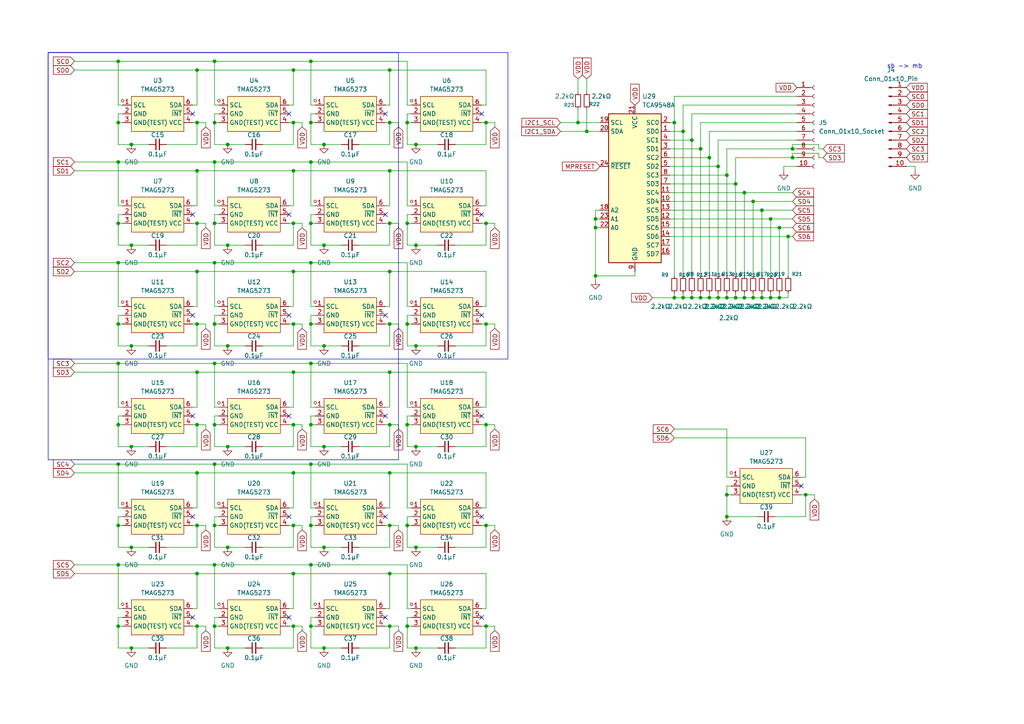
<source format=kicad_sch>
(kicad_sch (version 20250114) (generator "eeschema") (generator_version "9.0")
  (paper "A4")
  (rectangle (start 13.97 15.24) (end 115.57 133.35))
  (rectangle (start 13.97 15.24) (end 147.32 104.14))
  (text "sb -> mb\n" (at 262.382 19.304 0) (effects (font (size 1.27 1.27))))
  (junction (at 113.03 35.56))
  (junction (at 203.2 43.18))
  (junction (at 34.29 123.19))
  (junction (at 90.17 123.19))
  (junction (at 34.29 64.77))
  (junction (at 57.15 137.16))
  (junction (at 170.18 38.1))
  (junction (at 113.03 64.77))
  (junction (at 210.82 50.8))
  (junction (at 57.15 107.95))
  (junction (at 210.82 149.86))
  (junction (at 57.15 166.37))
  (junction (at 62.23 17.78))
  (junction (at 57.15 78.74))
  (junction (at 34.29 17.78))
  (junction (at 57.15 181.61))
  (junction (at 203.2 86.36))
  (junction (at 38.1 129.54))
  (junction (at 118.11 35.56))
  (junction (at 90.17 76.2))
  (junction (at 215.9 55.88))
  (junction (at 140.97 35.56))
  (junction (at 195.58 35.56))
  (junction (at 93.98 41.91))
  (junction (at 223.52 63.5))
  (junction (at 38.1 187.96))
  (junction (at 140.97 152.4))
  (junction (at 62.23 152.4))
  (junction (at 120.65 100.33))
  (junction (at 57.15 123.19))
  (junction (at 118.11 181.61))
  (junction (at 93.98 187.96))
  (junction (at 118.11 152.4))
  (junction (at 218.44 86.36))
  (junction (at 85.09 107.95))
  (junction (at 195.58 86.36))
  (junction (at 62.23 181.61))
  (junction (at 38.1 41.91))
  (junction (at 233.68 143.51))
  (junction (at 85.09 78.74))
  (junction (at 85.09 93.98))
  (junction (at 66.04 129.54))
  (junction (at 213.36 86.36))
  (junction (at 85.09 20.32))
  (junction (at 34.29 35.56))
  (junction (at 34.29 46.99))
  (junction (at 113.03 107.95))
  (junction (at 113.03 181.61))
  (junction (at 90.17 64.77))
  (junction (at 113.03 78.74))
  (junction (at 140.97 93.98))
  (junction (at 62.23 105.41))
  (junction (at 57.15 93.98))
  (junction (at 34.29 105.41))
  (junction (at 120.65 158.75))
  (junction (at 215.9 86.36))
  (junction (at 226.06 66.04))
  (junction (at 226.06 86.36))
  (junction (at 34.29 76.2))
  (junction (at 90.17 134.62))
  (junction (at 200.66 40.64))
  (junction (at 57.15 152.4))
  (junction (at 90.17 105.41))
  (junction (at 118.11 93.98))
  (junction (at 210.82 86.36))
  (junction (at 120.65 71.12))
  (junction (at 62.23 64.77))
  (junction (at 57.15 20.32))
  (junction (at 38.1 100.33))
  (junction (at 167.64 35.56))
  (junction (at 62.23 76.2))
  (junction (at 85.09 64.77))
  (junction (at 93.98 71.12))
  (junction (at 198.12 38.1))
  (junction (at 85.09 166.37))
  (junction (at 90.17 46.99))
  (junction (at 205.74 45.72))
  (junction (at 223.52 86.36))
  (junction (at 62.23 93.98))
  (junction (at 85.09 49.53))
  (junction (at 34.29 163.83))
  (junction (at 90.17 35.56))
  (junction (at 200.66 86.36))
  (junction (at 66.04 71.12))
  (junction (at 85.09 123.19))
  (junction (at 85.09 152.4))
  (junction (at 62.23 123.19))
  (junction (at 113.03 123.19))
  (junction (at 66.04 41.91))
  (junction (at 208.28 48.26))
  (junction (at 120.65 129.54))
  (junction (at 205.74 86.36))
  (junction (at 220.98 60.96))
  (junction (at 172.72 63.5))
  (junction (at 34.29 181.61))
  (junction (at 66.04 100.33))
  (junction (at 34.29 93.98))
  (junction (at 120.65 41.91))
  (junction (at 34.29 152.4))
  (junction (at 90.17 152.4))
  (junction (at 57.15 35.56))
  (junction (at 220.98 86.36))
  (junction (at 140.97 181.61))
  (junction (at 113.03 166.37))
  (junction (at 113.03 137.16))
  (junction (at 172.72 66.04))
  (junction (at 113.03 93.98))
  (junction (at 208.28 86.36))
  (junction (at 85.09 181.61))
  (junction (at 113.03 49.53))
  (junction (at 228.6 68.58))
  (junction (at 62.23 46.99))
  (junction (at 93.98 158.75))
  (junction (at 213.36 53.34))
  (junction (at 38.1 71.12))
  (junction (at 62.23 134.62))
  (junction (at 93.98 129.54))
  (junction (at 210.82 143.51))
  (junction (at 85.09 137.16))
  (junction (at 229.87 43.18))
  (junction (at 113.03 20.32))
  (junction (at 229.87 45.72))
  (junction (at 62.23 163.83))
  (junction (at 66.04 187.96))
  (junction (at 85.09 35.56))
  (junction (at 90.17 181.61))
  (junction (at 118.11 123.19))
  (junction (at 57.15 49.53))
  (junction (at 140.97 123.19))
  (junction (at 57.15 64.77))
  (junction (at 90.17 93.98))
  (junction (at 218.44 58.42))
  (junction (at 198.12 86.36))
  (junction (at 62.23 35.56))
  (junction (at 172.72 80.01))
  (junction (at 120.65 187.96))
  (junction (at 90.17 163.83))
  (junction (at 93.98 100.33))
  (junction (at 66.04 158.75))
  (junction (at 90.17 17.78))
  (junction (at 34.29 134.62))
  (junction (at 38.1 158.75))
  (junction (at 140.97 64.77))
  (junction (at 113.03 152.4))
  (junction (at 118.11 64.77))
  (no_connect (at 83.82 120.65))
  (no_connect (at 55.88 120.65))
  (no_connect (at 83.82 149.86))
  (no_connect (at 83.82 91.44))
  (no_connect (at 139.7 120.65))
  (no_connect (at 111.76 91.44))
  (no_connect (at 232.41 140.97))
  (no_connect (at 111.76 149.86))
  (no_connect (at 111.76 179.07))
  (no_connect (at 83.82 62.23))
  (no_connect (at 139.7 149.86))
  (no_connect (at 55.88 179.07))
  (no_connect (at 55.88 149.86))
  (no_connect (at 55.88 91.44))
  (no_connect (at 55.88 33.02))
  (no_connect (at 139.7 62.23))
  (no_connect (at 111.76 33.02))
  (no_connect (at 139.7 91.44))
  (no_connect (at 111.76 120.65))
  (no_connect (at 83.82 33.02))
  (no_connect (at 111.76 62.23))
  (no_connect (at 55.88 62.23))
  (no_connect (at 139.7 179.07))
  (no_connect (at 139.7 33.02))
  (no_connect (at 83.82 179.07))
  (wire (pts (xy 119.38 62.23) (xy 118.11 62.23)))
  (wire (pts (xy 99.06 129.54) (xy 93.98 129.54)))
  (wire (pts (xy 85.09 107.95) (xy 113.03 107.95)))
  (wire (pts (xy 213.36 85.09) (xy 213.36 86.36)))
  (wire (pts (xy 140.97 147.32) (xy 139.7 147.32)))
  (wire (pts (xy 172.72 66.04) (xy 172.72 80.01)))
  (wire (pts (xy 143.51 182.88) (xy 143.51 181.61)))
  (wire (pts (xy 90.17 71.12) (xy 90.17 64.77)))
  (wire (pts (xy 93.98 41.91) (xy 90.17 41.91)))
  (wire (pts (xy 99.06 187.96) (xy 93.98 187.96)))
  (wire (pts (xy 231.14 43.18) (xy 229.87 43.18)))
  (wire (pts (xy 113.03 107.95) (xy 140.97 107.95)))
  (wire (pts (xy 87.63 64.77) (xy 85.09 64.77)))
  (wire (pts (xy 85.09 129.54) (xy 85.09 123.19)))
  (wire (pts (xy 140.97 88.9) (xy 139.7 88.9)))
  (wire (pts (xy 34.29 93.98) (xy 35.56 93.98)))
  (wire (pts (xy 90.17 62.23) (xy 90.17 64.77)))
  (wire (pts (xy 57.15 78.74) (xy 85.09 78.74)))
  (wire (pts (xy 119.38 149.86) (xy 118.11 149.86)))
  (wire (pts (xy 140.97 20.32) (xy 140.97 30.48)))
  (wire (pts (xy 113.03 137.16) (xy 140.97 137.16)))
  (wire (pts (xy 57.15 137.16) (xy 85.09 137.16)))
  (wire (pts (xy 63.5 147.32) (xy 62.23 147.32)))
  (wire (pts (xy 118.11 105.41) (xy 90.17 105.41)))
  (wire (pts (xy 113.03 71.12) (xy 113.03 64.77)))
  (wire (pts (xy 35.56 88.9) (xy 34.29 88.9)))
  (wire (pts (xy 237.49 44.45) (xy 229.87 44.45)))
  (wire (pts (xy 71.12 158.75) (xy 66.04 158.75)))
  (wire (pts (xy 87.63 36.83) (xy 87.63 35.56)))
  (wire (pts (xy 143.51 93.98) (xy 140.97 93.98)))
  (wire (pts (xy 62.23 91.44) (xy 62.23 93.98)))
  (wire (pts (xy 173.99 60.96) (xy 172.72 60.96)))
  (wire (pts (xy 34.29 30.48) (xy 34.29 17.78)))
  (wire (pts (xy 205.74 45.72) (xy 205.74 80.01)))
  (wire (pts (xy 59.69 95.25) (xy 59.69 93.98)))
  (wire (pts (xy 210.82 50.8) (xy 210.82 80.01)))
  (wire (pts (xy 143.51 124.46) (xy 143.51 123.19)))
  (wire (pts (xy 62.23 100.33) (xy 62.23 93.98)))
  (wire (pts (xy 87.63 153.67) (xy 87.63 152.4)))
  (wire (pts (xy 34.29 187.96) (xy 34.29 181.61)))
  (wire (pts (xy 227.33 48.26) (xy 231.14 48.26)))
  (wire (pts (xy 66.04 158.75) (xy 62.23 158.75)))
  (wire (pts (xy 119.38 30.48) (xy 118.11 30.48)))
  (wire (pts (xy 66.04 71.12) (xy 62.23 71.12)))
  (wire (pts (xy 195.58 35.56) (xy 194.31 35.56)))
  (wire (pts (xy 127 158.75) (xy 120.65 158.75)))
  (wire (pts (xy 210.82 85.09) (xy 210.82 86.36)))
  (wire (pts (xy 172.72 60.96) (xy 172.72 63.5)))
  (wire (pts (xy 21.59 107.95) (xy 57.15 107.95)))
  (wire (pts (xy 34.29 88.9) (xy 34.29 76.2)))
  (wire (pts (xy 119.38 33.02) (xy 118.11 33.02)))
  (wire (pts (xy 238.76 45.72) (xy 237.49 45.72)))
  (wire (pts (xy 140.97 49.53) (xy 140.97 59.69)))
  (wire (pts (xy 91.44 88.9) (xy 90.17 88.9)))
  (wire (pts (xy 120.65 41.91) (xy 118.11 41.91)))
  (wire (pts (xy 85.09 181.61) (xy 83.82 181.61)))
  (wire (pts (xy 113.03 152.4) (xy 111.76 152.4)))
  (wire (pts (xy 265.43 48.26) (xy 262.89 48.26)))
  (wire (pts (xy 71.12 41.91) (xy 66.04 41.91)))
  (wire (pts (xy 63.5 179.07) (xy 62.23 179.07)))
  (wire (pts (xy 140.97 30.48) (xy 139.7 30.48)))
  (wire (pts (xy 229.87 43.18) (xy 210.82 43.18)))
  (wire (pts (xy 85.09 71.12) (xy 85.09 64.77)))
  (wire (pts (xy 104.14 100.33) (xy 113.03 100.33)))
  (wire (pts (xy 118.11 62.23) (xy 118.11 64.77)))
  (wire (pts (xy 85.09 166.37) (xy 113.03 166.37)))
  (wire (pts (xy 62.23 163.83) (xy 34.29 163.83)))
  (wire (pts (xy 43.18 187.96) (xy 38.1 187.96)))
  (wire (pts (xy 220.98 60.96) (xy 194.31 60.96)))
  (wire (pts (xy 111.76 147.32) (xy 113.03 147.32)))
  (wire (pts (xy 143.51 152.4) (xy 140.97 152.4)))
  (wire (pts (xy 62.23 123.19) (xy 63.5 123.19)))
  (wire (pts (xy 62.23 93.98) (xy 63.5 93.98)))
  (wire (pts (xy 113.03 100.33) (xy 113.03 93.98)))
  (wire (pts (xy 59.69 64.77) (xy 57.15 64.77)))
  (wire (pts (xy 34.29 149.86) (xy 34.29 152.4)))
  (wire (pts (xy 90.17 91.44) (xy 90.17 93.98)))
  (wire (pts (xy 91.44 33.02) (xy 90.17 33.02)))
  (wire (pts (xy 59.69 153.67) (xy 59.69 152.4)))
  (wire (pts (xy 63.5 149.86) (xy 62.23 149.86)))
  (wire (pts (xy 195.58 86.36) (xy 198.12 86.36)))
  (wire (pts (xy 132.08 129.54) (xy 140.97 129.54)))
  (wire (pts (xy 120.65 100.33) (xy 118.11 100.33)))
  (wire (pts (xy 118.11 88.9) (xy 118.11 76.2)))
  (wire (pts (xy 113.03 59.69) (xy 113.03 49.53)))
  (wire (pts (xy 170.18 31.75) (xy 170.18 38.1)))
  (wire (pts (xy 90.17 118.11) (xy 90.17 105.41)))
  (wire (pts (xy 119.38 59.69) (xy 118.11 59.69)))
  (wire (pts (xy 87.63 95.25) (xy 87.63 93.98)))
  (wire (pts (xy 35.56 30.48) (xy 34.29 30.48)))
  (wire (pts (xy 208.28 85.09) (xy 208.28 86.36)))
  (wire (pts (xy 71.12 129.54) (xy 66.04 129.54)))
  (wire (pts (xy 83.82 176.53) (xy 85.09 176.53)))
  (wire (pts (xy 85.09 123.19) (xy 83.82 123.19)))
  (wire (pts (xy 34.29 71.12) (xy 34.29 64.77)))
  (wire (pts (xy 85.09 176.53) (xy 85.09 166.37)))
  (wire (pts (xy 228.6 68.58) (xy 194.31 68.58)))
  (wire (pts (xy 90.17 46.99) (xy 62.23 46.99)))
  (wire (pts (xy 113.03 64.77) (xy 111.76 64.77)))
  (wire (pts (xy 231.14 45.72) (xy 229.87 45.72)))
  (wire (pts (xy 127 187.96) (xy 120.65 187.96)))
  (wire (pts (xy 48.26 71.12) (xy 57.15 71.12)))
  (wire (pts (xy 140.97 59.69) (xy 139.7 59.69)))
  (wire (pts (xy 120.65 71.12) (xy 118.11 71.12)))
  (wire (pts (xy 172.72 63.5) (xy 173.99 63.5)))
  (wire (pts (xy 57.15 123.19) (xy 55.88 123.19)))
  (wire (pts (xy 140.97 93.98) (xy 139.7 93.98)))
  (wire (pts (xy 85.09 78.74) (xy 113.03 78.74)))
  (wire (pts (xy 198.12 38.1) (xy 198.12 80.01)))
  (wire (pts (xy 99.06 41.91) (xy 93.98 41.91)))
  (wire (pts (xy 62.23 46.99) (xy 34.29 46.99)))
  (wire (pts (xy 34.29 181.61) (xy 35.56 181.61)))
  (wire (pts (xy 85.09 35.56) (xy 83.82 35.56)))
  (wire (pts (xy 104.14 129.54) (xy 113.03 129.54)))
  (wire (pts (xy 34.29 59.69) (xy 34.29 46.99)))
  (wire (pts (xy 21.59 137.16) (xy 57.15 137.16)))
  (wire (pts (xy 55.88 176.53) (xy 57.15 176.53)))
  (wire (pts (xy 57.15 176.53) (xy 57.15 166.37)))
  (wire (pts (xy 233.68 149.86) (xy 224.79 149.86)))
  (wire (pts (xy 63.5 33.02) (xy 62.23 33.02)))
  (wire (pts (xy 83.82 147.32) (xy 85.09 147.32)))
  (wire (pts (xy 85.09 147.32) (xy 85.09 137.16)))
  (wire (pts (xy 87.63 93.98) (xy 85.09 93.98)))
  (wire (pts (xy 66.04 187.96) (xy 62.23 187.96)))
  (wire (pts (xy 57.15 152.4) (xy 55.88 152.4)))
  (wire (pts (xy 62.23 76.2) (xy 34.29 76.2)))
  (wire (pts (xy 172.72 80.01) (xy 172.72 81.28)))
  (wire (pts (xy 200.66 85.09) (xy 200.66 86.36)))
  (wire (pts (xy 85.09 187.96) (xy 85.09 181.61)))
  (wire (pts (xy 113.03 30.48) (xy 113.03 20.32)))
  (wire (pts (xy 113.03 88.9) (xy 113.03 78.74)))
  (wire (pts (xy 229.87 41.91) (xy 229.87 43.18)))
  (wire (pts (xy 62.23 62.23) (xy 62.23 64.77)))
  (wire (pts (xy 231.14 38.1) (xy 205.74 38.1)))
  (wire (pts (xy 62.23 176.53) (xy 62.23 163.83)))
  (wire (pts (xy 115.57 182.88) (xy 115.57 181.61)))
  (wire (pts (xy 91.44 91.44) (xy 90.17 91.44)))
  (wire (pts (xy 140.97 176.53) (xy 139.7 176.53)))
  (wire (pts (xy 63.5 176.53) (xy 62.23 176.53)))
  (wire (pts (xy 210.82 86.36) (xy 213.36 86.36)))
  (wire (pts (xy 55.88 30.48) (xy 57.15 30.48)))
  (wire (pts (xy 113.03 20.32) (xy 140.97 20.32)))
  (wire (pts (xy 90.17 129.54) (xy 90.17 123.19)))
  (wire (pts (xy 57.15 158.75) (xy 57.15 152.4)))
  (wire (pts (xy 62.23 187.96) (xy 62.23 181.61)))
  (wire (pts (xy 57.15 107.95) (xy 85.09 107.95)))
  (wire (pts (xy 85.09 49.53) (xy 113.03 49.53)))
  (wire (pts (xy 87.63 181.61) (xy 85.09 181.61)))
  (wire (pts (xy 57.15 118.11) (xy 57.15 107.95)))
  (wire (pts (xy 93.98 129.54) (xy 90.17 129.54)))
  (wire (pts (xy 35.56 120.65) (xy 34.29 120.65)))
  (wire (pts (xy 223.52 63.5) (xy 223.52 80.01)))
  (wire (pts (xy 57.15 59.69) (xy 57.15 49.53)))
  (wire (pts (xy 218.44 58.42) (xy 194.31 58.42)))
  (wire (pts (xy 48.26 100.33) (xy 57.15 100.33)))
  (wire (pts (xy 85.09 30.48) (xy 85.09 20.32)))
  (wire (pts (xy 63.5 59.69) (xy 62.23 59.69)))
  (wire (pts (xy 218.44 86.36) (xy 220.98 86.36)))
  (wire (pts (xy 143.51 123.19) (xy 140.97 123.19)))
  (wire (pts (xy 90.17 149.86) (xy 90.17 152.4)))
  (wire (pts (xy 43.18 71.12) (xy 38.1 71.12)))
  (wire (pts (xy 237.49 43.18) (xy 237.49 41.91)))
  (wire (pts (xy 119.38 176.53) (xy 118.11 176.53)))
  (wire (pts (xy 62.23 181.61) (xy 63.5 181.61)))
  (wire (pts (xy 21.59 17.78) (xy 34.29 17.78)))
  (wire (pts (xy 48.26 187.96) (xy 57.15 187.96)))
  (wire (pts (xy 104.14 158.75) (xy 113.03 158.75)))
  (wire (pts (xy 38.1 158.75) (xy 34.29 158.75)))
  (wire (pts (xy 195.58 35.56) (xy 195.58 80.01)))
  (wire (pts (xy 34.29 120.65) (xy 34.29 123.19)))
  (wire (pts (xy 38.1 129.54) (xy 34.29 129.54)))
  (wire (pts (xy 62.23 118.11) (xy 62.23 105.41)))
  (wire (pts (xy 99.06 158.75) (xy 93.98 158.75)))
  (wire (pts (xy 85.09 20.32) (xy 113.03 20.32)))
  (wire (pts (xy 62.23 33.02) (xy 62.23 35.56)))
  (wire (pts (xy 35.56 59.69) (xy 34.29 59.69)))
  (wire (pts (xy 226.06 66.04) (xy 226.06 80.01)))
  (wire (pts (xy 71.12 71.12) (xy 66.04 71.12)))
  (wire (pts (xy 140.97 123.19) (xy 139.7 123.19)))
  (wire (pts (xy 35.56 149.86) (xy 34.29 149.86)))
  (wire (pts (xy 115.57 153.67) (xy 115.57 152.4)))
  (wire (pts (xy 210.82 149.86) (xy 210.82 143.51)))
  (wire (pts (xy 21.59 166.37) (xy 57.15 166.37)))
  (wire (pts (xy 115.57 152.4) (xy 113.03 152.4)))
  (wire (pts (xy 21.59 78.74) (xy 57.15 78.74)))
  (wire (pts (xy 118.11 33.02) (xy 118.11 35.56)))
  (wire (pts (xy 140.97 107.95) (xy 140.97 118.11)))
  (wire (pts (xy 208.28 40.64) (xy 208.28 48.26)))
  (wire (pts (xy 195.58 85.09) (xy 195.58 86.36)))
  (wire (pts (xy 118.11 134.62) (xy 90.17 134.62)))
  (wire (pts (xy 76.2 129.54) (xy 85.09 129.54)))
  (wire (pts (xy 203.2 86.36) (xy 205.74 86.36)))
  (wire (pts (xy 200.66 40.64) (xy 200.66 80.01)))
  (wire (pts (xy 198.12 30.48) (xy 198.12 38.1)))
  (wire (pts (xy 66.04 129.54) (xy 62.23 129.54)))
  (wire (pts (xy 210.82 140.97) (xy 210.82 143.51)))
  (wire (pts (xy 203.2 35.56) (xy 203.2 43.18)))
  (wire (pts (xy 62.23 17.78) (xy 34.29 17.78)))
  (wire (pts (xy 223.52 85.09) (xy 223.52 86.36)))
  (wire (pts (xy 90.17 64.77) (xy 91.44 64.77)))
  (wire (pts (xy 113.03 118.11) (xy 113.03 107.95)))
  (wire (pts (xy 34.29 91.44) (xy 34.29 93.98)))
  (wire (pts (xy 85.09 100.33) (xy 85.09 93.98)))
  (wire (pts (xy 62.23 134.62) (xy 34.29 134.62)))
  (wire (pts (xy 127 41.91) (xy 120.65 41.91)))
  (wire (pts (xy 223.52 86.36) (xy 226.06 86.36)))
  (wire (pts (xy 184.15 78.74) (xy 184.15 80.01)))
  (wire (pts (xy 43.18 41.91) (xy 38.1 41.91)))
  (wire (pts (xy 55.88 118.11) (xy 57.15 118.11)))
  (wire (pts (xy 90.17 123.19) (xy 91.44 123.19)))
  (wire (pts (xy 55.88 147.32) (xy 57.15 147.32)))
  (wire (pts (xy 119.38 179.07) (xy 118.11 179.07)))
  (wire (pts (xy 76.2 41.91) (xy 85.09 41.91)))
  (wire (pts (xy 43.18 100.33) (xy 38.1 100.33)))
  (wire (pts (xy 231.14 27.94) (xy 195.58 27.94)))
  (wire (pts (xy 113.03 35.56) (xy 111.76 35.56)))
  (wire (pts (xy 232.41 143.51) (xy 233.68 143.51)))
  (wire (pts (xy 43.18 129.54) (xy 38.1 129.54)))
  (wire (pts (xy 115.57 66.04) (xy 115.57 64.77)))
  (wire (pts (xy 85.09 118.11) (xy 85.09 107.95)))
  (wire (pts (xy 35.56 176.53) (xy 34.29 176.53)))
  (wire (pts (xy 48.26 158.75) (xy 57.15 158.75)))
  (wire (pts (xy 57.15 187.96) (xy 57.15 181.61)))
  (wire (pts (xy 143.51 95.25) (xy 143.51 93.98)))
  (wire (pts (xy 223.52 63.5) (xy 194.31 63.5)))
  (wire (pts (xy 90.17 33.02) (xy 90.17 35.56)))
  (wire (pts (xy 90.17 158.75) (xy 90.17 152.4)))
  (wire (pts (xy 62.23 147.32) (xy 62.23 134.62)))
  (wire (pts (xy 118.11 179.07) (xy 118.11 181.61)))
  (wire (pts (xy 91.44 149.86) (xy 90.17 149.86)))
  (wire (pts (xy 90.17 120.65) (xy 90.17 123.19)))
  (wire (pts (xy 34.29 64.77) (xy 35.56 64.77)))
  (wire (pts (xy 62.23 35.56) (xy 63.5 35.56)))
  (wire (pts (xy 71.12 100.33) (xy 66.04 100.33)))
  (wire (pts (xy 208.28 48.26) (xy 208.28 80.01)))
  (wire (pts (xy 90.17 147.32) (xy 90.17 134.62)))
  (wire (pts (xy 231.14 40.64) (xy 208.28 40.64)))
  (wire (pts (xy 172.72 66.04) (xy 173.99 66.04)))
  (wire (pts (xy 118.11 176.53) (xy 118.11 163.83)))
  (wire (pts (xy 90.17 176.53) (xy 90.17 163.83)))
  (wire (pts (xy 127 129.54) (xy 120.65 129.54)))
  (wire (pts (xy 140.97 137.16) (xy 140.97 147.32)))
  (wire (pts (xy 57.15 49.53) (xy 85.09 49.53)))
  (wire (pts (xy 59.69 182.88) (xy 59.69 181.61)))
  (wire (pts (xy 83.82 30.48) (xy 85.09 30.48)))
  (wire (pts (xy 91.44 120.65) (xy 90.17 120.65)))
  (wire (pts (xy 220.98 86.36) (xy 223.52 86.36)))
  (wire (pts (xy 118.11 129.54) (xy 118.11 123.19)))
  (wire (pts (xy 21.59 46.99) (xy 34.29 46.99)))
  (wire (pts (xy 203.2 85.09) (xy 203.2 86.36)))
  (wire (pts (xy 215.9 55.88) (xy 194.31 55.88)))
  (wire (pts (xy 87.63 182.88) (xy 87.63 181.61)))
  (wire (pts (xy 140.97 166.37) (xy 140.97 176.53)))
  (wire (pts (xy 90.17 163.83) (xy 62.23 163.83)))
  (wire (pts (xy 59.69 181.61) (xy 57.15 181.61)))
  (wire (pts (xy 90.17 134.62) (xy 62.23 134.62)))
  (wire (pts (xy 76.2 158.75) (xy 85.09 158.75)))
  (wire (pts (xy 62.23 152.4) (xy 63.5 152.4)))
  (wire (pts (xy 218.44 58.42) (xy 218.44 80.01)))
  (wire (pts (xy 118.11 17.78) (xy 90.17 17.78)))
  (wire (pts (xy 83.82 88.9) (xy 85.09 88.9)))
  (wire (pts (xy 62.23 30.48) (xy 62.23 17.78)))
  (wire (pts (xy 127 100.33) (xy 120.65 100.33)))
  (wire (pts (xy 118.11 163.83) (xy 90.17 163.83)))
  (wire (pts (xy 236.22 144.78) (xy 236.22 143.51)))
  (wire (pts (xy 115.57 93.98) (xy 113.03 93.98)))
  (wire (pts (xy 113.03 181.61) (xy 111.76 181.61)))
  (wire (pts (xy 21.59 49.53) (xy 57.15 49.53)))
  (wire (pts (xy 140.97 118.11) (xy 139.7 118.11)))
  (wire (pts (xy 21.59 76.2) (xy 34.29 76.2)))
  (wire (pts (xy 162.56 35.56) (xy 167.64 35.56)))
  (wire (pts (xy 87.63 124.46) (xy 87.63 123.19)))
  (wire (pts (xy 113.03 166.37) (xy 140.97 166.37)))
  (wire (pts (xy 35.56 147.32) (xy 34.29 147.32)))
  (wire (pts (xy 198.12 85.09) (xy 198.12 86.36)))
  (wire (pts (xy 167.64 26.67) (xy 167.64 22.86)))
  (wire (pts (xy 99.06 100.33) (xy 93.98 100.33)))
  (wire (pts (xy 229.87 66.04) (xy 226.06 66.04)))
  (wire (pts (xy 71.12 187.96) (xy 66.04 187.96)))
  (wire (pts (xy 38.1 41.91) (xy 34.29 41.91)))
  (wire (pts (xy 57.15 129.54) (xy 57.15 123.19)))
  (wire (pts (xy 213.36 45.72) (xy 213.36 53.34)))
  (wire (pts (xy 76.2 100.33) (xy 85.09 100.33)))
  (wire (pts (xy 132.08 100.33) (xy 140.97 100.33)))
  (wire (pts (xy 115.57 35.56) (xy 113.03 35.56)))
  (wire (pts (xy 143.51 36.83) (xy 143.51 35.56)))
  (wire (pts (xy 118.11 123.19) (xy 119.38 123.19)))
  (wire (pts (xy 162.56 38.1) (xy 170.18 38.1)))
  (wire (pts (xy 119.38 91.44) (xy 118.11 91.44)))
  (wire (pts (xy 219.71 149.86) (xy 210.82 149.86)))
  (wire (pts (xy 113.03 123.19) (xy 111.76 123.19)))
  (wire (pts (xy 113.03 158.75) (xy 113.03 152.4)))
  (wire (pts (xy 213.36 53.34) (xy 213.36 80.01)))
  (wire (pts (xy 118.11 118.11) (xy 118.11 105.41)))
  (wire (pts (xy 231.14 35.56) (xy 203.2 35.56)))
  (wire (pts (xy 34.29 129.54) (xy 34.29 123.19)))
  (wire (pts (xy 91.44 147.32) (xy 90.17 147.32)))
  (wire (pts (xy 215.9 86.36) (xy 218.44 86.36)))
  (wire (pts (xy 233.68 138.43) (xy 232.41 138.43)))
  (wire (pts (xy 118.11 91.44) (xy 118.11 93.98)))
  (wire (pts (xy 85.09 93.98) (xy 83.82 93.98)))
  (wire (pts (xy 85.09 59.69) (xy 85.09 49.53)))
  (wire (pts (xy 34.29 158.75) (xy 34.29 152.4)))
  (wire (pts (xy 63.5 118.11) (xy 62.23 118.11)))
  (wire (pts (xy 48.26 129.54) (xy 57.15 129.54)))
  (wire (pts (xy 212.09 140.97) (xy 210.82 140.97)))
  (wire (pts (xy 172.72 63.5) (xy 172.72 66.04)))
  (wire (pts (xy 118.11 93.98) (xy 119.38 93.98)))
  (wire (pts (xy 63.5 88.9) (xy 62.23 88.9)))
  (wire (pts (xy 198.12 38.1) (xy 194.31 38.1)))
  (wire (pts (xy 118.11 181.61) (xy 119.38 181.61)))
  (wire (pts (xy 140.97 41.91) (xy 140.97 35.56)))
  (wire (pts (xy 227.33 49.53) (xy 227.33 48.26)))
  (wire (pts (xy 57.15 64.77) (xy 55.88 64.77)))
  (wire (pts (xy 118.11 152.4) (xy 119.38 152.4)))
  (wire (pts (xy 170.18 26.67) (xy 170.18 22.86)))
  (wire (pts (xy 57.15 181.61) (xy 55.88 181.61)))
  (wire (pts (xy 76.2 71.12) (xy 85.09 71.12)))
  (wire (pts (xy 85.09 137.16) (xy 113.03 137.16)))
  (wire (pts (xy 205.74 38.1) (xy 205.74 45.72)))
  (wire (pts (xy 170.18 38.1) (xy 173.99 38.1)))
  (wire (pts (xy 90.17 59.69) (xy 90.17 46.99)))
  (wire (pts (xy 228.6 68.58) (xy 228.6 80.01)))
  (wire (pts (xy 118.11 100.33) (xy 118.11 93.98)))
  (wire (pts (xy 127 71.12) (xy 120.65 71.12)))
  (wire (pts (xy 118.11 71.12) (xy 118.11 64.77)))
  (wire (pts (xy 118.11 35.56) (xy 119.38 35.56)))
  (wire (pts (xy 57.15 30.48) (xy 57.15 20.32)))
  (wire (pts (xy 203.2 43.18) (xy 194.31 43.18)))
  (wire (pts (xy 265.43 49.53) (xy 265.43 48.26)))
  (wire (pts (xy 140.97 129.54) (xy 140.97 123.19)))
  (wire (pts (xy 90.17 152.4) (xy 91.44 152.4)))
  (wire (pts (xy 90.17 35.56) (xy 91.44 35.56)))
  (wire (pts (xy 85.09 88.9) (xy 85.09 78.74)))
  (wire (pts (xy 62.23 88.9) (xy 62.23 76.2)))
  (wire (pts (xy 59.69 123.19) (xy 57.15 123.19)))
  (wire (pts (xy 90.17 93.98) (xy 91.44 93.98)))
  (wire (pts (xy 62.23 105.41) (xy 34.29 105.41)))
  (wire (pts (xy 118.11 46.99) (xy 90.17 46.99)))
  (wire (pts (xy 143.51 64.77) (xy 140.97 64.77)))
  (wire (pts (xy 143.51 181.61) (xy 140.97 181.61)))
  (wire (pts (xy 220.98 60.96) (xy 220.98 80.01)))
  (wire (pts (xy 200.66 40.64) (xy 194.31 40.64)))
  (wire (pts (xy 63.5 62.23) (xy 62.23 62.23)))
  (wire (pts (xy 59.69 35.56) (xy 57.15 35.56)))
  (wire (pts (xy 55.88 59.69) (xy 57.15 59.69)))
  (wire (pts (xy 215.9 55.88) (xy 215.9 80.01)))
  (wire (pts (xy 35.56 118.11) (xy 34.29 118.11)))
  (wire (pts (xy 62.23 120.65) (xy 62.23 123.19)))
  (wire (pts (xy 143.51 35.56) (xy 140.97 35.56)))
  (wire (pts (xy 233.68 127) (xy 233.68 138.43)))
  (wire (pts (xy 104.14 187.96) (xy 113.03 187.96)))
  (wire (pts (xy 229.87 45.72) (xy 213.36 45.72)))
  (wire (pts (xy 118.11 147.32) (xy 118.11 134.62)))
  (wire (pts (xy 93.98 100.33) (xy 90.17 100.33)))
  (wire (pts (xy 120.65 158.75) (xy 118.11 158.75)))
  (wire (pts (xy 229.87 60.96) (xy 220.98 60.96)))
  (wire (pts (xy 140.97 64.77) (xy 139.7 64.77)))
  (wire (pts (xy 140.97 158.75) (xy 140.97 152.4)))
  (wire (pts (xy 113.03 78.74) (xy 140.97 78.74)))
  (wire (pts (xy 195.58 124.46) (xy 210.82 124.46)))
  (wire (pts (xy 229.87 55.88) (xy 215.9 55.88)))
  (wire (pts (xy 111.76 176.53) (xy 113.03 176.53)))
  (wire (pts (xy 90.17 41.91) (xy 90.17 35.56)))
  (wire (pts (xy 34.29 118.11) (xy 34.29 105.41)))
  (wire (pts (xy 115.57 95.25) (xy 115.57 93.98)))
  (wire (pts (xy 210.82 50.8) (xy 194.31 50.8)))
  (wire (pts (xy 90.17 88.9) (xy 90.17 76.2)))
  (wire (pts (xy 93.98 187.96) (xy 90.17 187.96)))
  (wire (pts (xy 87.63 123.19) (xy 85.09 123.19)))
  (wire (pts (xy 111.76 88.9) (xy 113.03 88.9)))
  (wire (pts (xy 90.17 187.96) (xy 90.17 181.61)))
  (wire (pts (xy 229.87 44.45) (xy 229.87 45.72)))
  (wire (pts (xy 140.97 187.96) (xy 140.97 181.61)))
  (wire (pts (xy 91.44 179.07) (xy 90.17 179.07)))
  (wire (pts (xy 93.98 158.75) (xy 90.17 158.75)))
  (wire (pts (xy 90.17 181.61) (xy 91.44 181.61)))
  (wire (pts (xy 85.09 41.91) (xy 85.09 35.56)))
  (wire (pts (xy 63.5 91.44) (xy 62.23 91.44)))
  (wire (pts (xy 93.98 71.12) (xy 90.17 71.12)))
  (wire (pts (xy 115.57 64.77) (xy 113.03 64.77)))
  (wire (pts (xy 57.15 35.56) (xy 55.88 35.56)))
  (wire (pts (xy 91.44 62.23) (xy 90.17 62.23)))
  (wire (pts (xy 34.29 179.07) (xy 34.29 181.61)))
  (wire (pts (xy 104.14 71.12) (xy 113.03 71.12)))
  (wire (pts (xy 200.66 86.36) (xy 203.2 86.36)))
  (wire (pts (xy 220.98 85.09) (xy 220.98 86.36)))
  (wire (pts (xy 140.97 78.74) (xy 140.97 88.9)))
  (wire (pts (xy 195.58 27.94) (xy 195.58 35.56)))
  (wire (pts (xy 113.03 147.32) (xy 113.03 137.16)))
  (wire (pts (xy 118.11 187.96) (xy 118.11 181.61)))
  (wire (pts (xy 90.17 105.41) (xy 62.23 105.41)))
  (wire (pts (xy 113.03 49.53) (xy 140.97 49.53)))
  (wire (pts (xy 35.56 91.44) (xy 34.29 91.44)))
  (wire (pts (xy 21.59 20.32) (xy 57.15 20.32)))
  (wire (pts (xy 34.29 147.32) (xy 34.29 134.62)))
  (wire (pts (xy 140.97 152.4) (xy 139.7 152.4)))
  (wire (pts (xy 34.29 152.4) (xy 35.56 152.4)))
  (wire (pts (xy 85.09 152.4) (xy 83.82 152.4)))
  (wire (pts (xy 59.69 36.83) (xy 59.69 35.56)))
  (wire (pts (xy 34.29 123.19) (xy 35.56 123.19)))
  (wire (pts (xy 76.2 187.96) (xy 85.09 187.96)))
  (wire (pts (xy 111.76 30.48) (xy 113.03 30.48)))
  (wire (pts (xy 119.38 118.11) (xy 118.11 118.11)))
  (wire (pts (xy 226.06 66.04) (xy 194.31 66.04)))
  (wire (pts (xy 226.06 85.09) (xy 226.06 86.36)))
  (wire (pts (xy 132.08 41.91) (xy 140.97 41.91)))
  (wire (pts (xy 119.38 147.32) (xy 118.11 147.32)))
  (wire (pts (xy 210.82 138.43) (xy 210.82 124.46)))
  (wire (pts (xy 120.65 129.54) (xy 118.11 129.54)))
  (wire (pts (xy 62.23 158.75) (xy 62.23 152.4)))
  (wire (pts (xy 34.29 100.33) (xy 34.29 93.98)))
  (wire (pts (xy 118.11 120.65) (xy 118.11 123.19)))
  (wire (pts (xy 35.56 33.02) (xy 34.29 33.02)))
  (wire (pts (xy 212.09 138.43) (xy 210.82 138.43)))
  (wire (pts (xy 59.69 152.4) (xy 57.15 152.4)))
  (wire (pts (xy 57.15 147.32) (xy 57.15 137.16)))
  (wire (pts (xy 210.82 43.18) (xy 210.82 50.8)))
  (wire (pts (xy 189.23 86.36) (xy 195.58 86.36)))
  (wire (pts (xy 87.63 152.4) (xy 85.09 152.4)))
  (wire (pts (xy 91.44 176.53) (xy 90.17 176.53)))
  (wire (pts (xy 140.97 71.12) (xy 140.97 64.77)))
  (wire (pts (xy 229.87 58.42) (xy 218.44 58.42)))
  (wire (pts (xy 21.59 163.83) (xy 34.29 163.83)))
  (wire (pts (xy 83.82 59.69) (xy 85.09 59.69)))
  (wire (pts (xy 118.11 76.2) (xy 90.17 76.2)))
  (wire (pts (xy 237.49 41.91) (xy 229.87 41.91)))
  (wire (pts (xy 38.1 187.96) (xy 34.29 187.96)))
  (wire (pts (xy 208.28 48.26) (xy 194.31 48.26)))
  (wire (pts (xy 66.04 41.91) (xy 62.23 41.91)))
  (wire (pts (xy 57.15 100.33) (xy 57.15 93.98)))
  (wire (pts (xy 213.36 86.36) (xy 215.9 86.36)))
  (wire (pts (xy 113.03 93.98) (xy 111.76 93.98)))
  (wire (pts (xy 59.69 124.46) (xy 59.69 123.19)))
  (wire (pts (xy 236.22 143.51) (xy 233.68 143.51)))
  (wire (pts (xy 87.63 66.04) (xy 87.63 64.77)))
  (wire (pts (xy 62.23 41.91) (xy 62.23 35.56)))
  (wire (pts (xy 203.2 43.18) (xy 203.2 80.01)))
  (wire (pts (xy 34.29 33.02) (xy 34.29 35.56)))
  (wire (pts (xy 87.63 35.56) (xy 85.09 35.56)))
  (wire (pts (xy 200.66 33.02) (xy 200.66 40.64)))
  (wire (pts (xy 66.04 100.33) (xy 62.23 100.33)))
  (wire (pts (xy 118.11 149.86) (xy 118.11 152.4)))
  (wire (pts (xy 57.15 41.91) (xy 57.15 35.56)))
  (wire (pts (xy 85.09 64.77) (xy 83.82 64.77)))
  (wire (pts (xy 205.74 86.36) (xy 208.28 86.36)))
  (wire (pts (xy 85.09 158.75) (xy 85.09 152.4)))
  (wire (pts (xy 143.51 153.67) (xy 143.51 152.4)))
  (wire (pts (xy 120.65 187.96) (xy 118.11 187.96)))
  (wire (pts (xy 111.76 59.69) (xy 113.03 59.69)))
  (wire (pts (xy 231.14 33.02) (xy 200.66 33.02)))
  (wire (pts (xy 132.08 158.75) (xy 140.97 158.75)))
  (wire (pts (xy 113.03 176.53) (xy 113.03 166.37)))
  (wire (pts (xy 63.5 30.48) (xy 62.23 30.48)))
  (wire (pts (xy 57.15 93.98) (xy 55.88 93.98)))
  (wire (pts (xy 184.15 80.01) (xy 172.72 80.01)))
  (wire (pts (xy 119.38 88.9) (xy 118.11 88.9)))
  (wire (pts (xy 57.15 166.37) (xy 85.09 166.37)))
  (wire (pts (xy 48.26 41.91) (xy 57.15 41.91)))
  (wire (pts (xy 118.11 41.91) (xy 118.11 35.56)))
  (wire (pts (xy 62.23 179.07) (xy 62.23 181.61)))
  (wire (pts (xy 59.69 93.98) (xy 57.15 93.98)))
  (wire (pts (xy 83.82 118.11) (xy 85.09 118.11)))
  (wire (pts (xy 62.23 59.69) (xy 62.23 46.99)))
  (wire (pts (xy 132.08 71.12) (xy 140.97 71.12)))
  (wire (pts (xy 237.49 45.72) (xy 237.49 44.45)))
  (wire (pts (xy 231.14 30.48) (xy 198.12 30.48)))
  (wire (pts (xy 34.29 35.56) (xy 35.56 35.56)))
  (wire (pts (xy 115.57 36.83) (xy 115.57 35.56)))
  (wire (pts (xy 90.17 76.2) (xy 62.23 76.2)))
  (wire (pts (xy 21.59 134.62) (xy 34.29 134.62)))
  (wire (pts (xy 57.15 71.12) (xy 57.15 64.77)))
  (wire (pts (xy 228.6 86.36) (xy 228.6 85.09)))
  (wire (pts (xy 34.29 62.23) (xy 34.29 64.77)))
  (wire (pts (xy 111.76 118.11) (xy 113.03 118.11)))
  (wire (pts (xy 62.23 64.77) (xy 63.5 64.77)))
  (wire (pts (xy 215.9 85.09) (xy 215.9 86.36)))
  (wire (pts (xy 21.59 105.41) (xy 34.29 105.41)))
  (wire (pts (xy 62.23 71.12) (xy 62.23 64.77)))
  (wire (pts (xy 62.23 129.54) (xy 62.23 123.19)))
  (wire (pts (xy 195.58 127) (xy 233.68 127)))
  (wire (pts (xy 213.36 53.34) (xy 194.31 53.34)))
  (wire (pts (xy 218.44 85.09) (xy 218.44 86.36)))
  (wire (pts (xy 119.38 120.65) (xy 118.11 120.65)))
  (wire (pts (xy 205.74 45.72) (xy 194.31 45.72)))
  (wire (pts (xy 63.5 120.65) (xy 62.23 120.65)))
  (wire (pts (xy 55.88 88.9) (xy 57.15 88.9)))
  (wire (pts (xy 140.97 35.56) (xy 139.7 35.56)))
  (wire (pts (xy 57.15 88.9) (xy 57.15 78.74)))
  (wire (pts (xy 59.69 66.04) (xy 59.69 64.77)))
  (wire (pts (xy 167.64 35.56) (xy 173.99 35.56)))
  (wire (pts (xy 115.57 123.19) (xy 113.03 123.19)))
  (wire (pts (xy 35.56 179.07) (xy 34.29 179.07)))
  (wire (pts (xy 57.15 20.32) (xy 85.09 20.32)))
  (wire (pts (xy 35.56 62.23) (xy 34.29 62.23)))
  (wire (pts (xy 34.29 176.53) (xy 34.29 163.83)))
  (wire (pts (xy 38.1 100.33) (xy 34.29 100.33)))
  (wire (pts (xy 115.57 124.46) (xy 115.57 123.19)))
  (wire (pts (xy 43.18 158.75) (xy 38.1 158.75)))
  (wire (pts (xy 210.82 143.51) (xy 212.09 143.51)))
  (wire (pts (xy 99.06 71.12) (xy 93.98 71.12)))
  (wire (pts (xy 38.1 71.12) (xy 34.29 71.12)))
  (wire (pts (xy 118.11 158.75) (xy 118.11 152.4)))
  (wire (pts (xy 118.11 64.77) (xy 119.38 64.77)))
  (wire (pts (xy 91.44 118.11) (xy 90.17 118.11)))
  (wire (pts (xy 113.03 129.54) (xy 113.03 123.19)))
  (wire (pts (xy 198.12 86.36) (xy 200.66 86.36)))
  (wire (pts (xy 115.57 181.61) (xy 113.03 181.61)))
  (wire (pts (xy 132.08 187.96) (xy 140.97 187.96)))
  (wire (pts (xy 90.17 30.48) (xy 90.17 17.78)))
  (wire (pts (xy 62.23 149.86) (xy 62.23 152.4)))
  (wire (pts (xy 118.11 30.48) (xy 118.11 17.78)))
  (wire (pts (xy 229.87 63.5) (xy 223.52 63.5)))
  (wire (pts (xy 205.74 85.09) (xy 205.74 86.36)))
  (wire (pts (xy 167.64 31.75) (xy 167.64 35.56)))
  (wire (pts (xy 233.68 143.51) (xy 233.68 149.86)))
  (wire (pts (xy 113.03 41.91) (xy 113.03 35.56)))
  (wire (pts (xy 90.17 179.07) (xy 90.17 181.61)))
  (wire (pts (xy 208.28 86.36) (xy 210.82 86.36)))
  (wire (pts (xy 90.17 100.33) (xy 90.17 93.98)))
  (wire (pts (xy 91.44 30.48) (xy 90.17 30.48)))
  (wire (pts (xy 91.44 59.69) (xy 90.17 59.69)))
  (wire (pts (xy 118.11 59.69) (xy 118.11 46.99)))
  (wire (pts (xy 140.97 181.61) (xy 139.7 181.61)))
  (wire (pts (xy 140.97 100.33) (xy 140.97 93.98)))
  (wire (pts (xy 104.14 41.91) (xy 113.03 41.91)))
  (wire (pts (xy 226.06 86.36) (xy 228.6 86.36)))
  (wire (pts (xy 238.76 43.18) (xy 237.49 43.18)))
  (wire (pts (xy 90.17 17.78) (xy 62.23 17.78)))
  (wire (pts (xy 34.29 41.91) (xy 34.29 35.56)))
  (wire (pts (xy 113.03 187.96) (xy 113.03 181.61)))
  (wire (pts (xy 229.87 68.58) (xy 228.6 68.58)))
  (wire (pts (xy 143.51 66.04) (xy 143.51 64.77)))
  (global_label "SC2" (shape input) (at 262.89 38.1 0) (property "Intersheetrefs" "${INTERSHEET_REFS}" (effects (hide yes))))
  (global_label "SC0" (shape input) (at 262.89 27.94 0) (property "Intersheetrefs" "${INTERSHEET_REFS}" (effects (hide yes))))
  (global_label "VDD" (shape input) (at 167.64 22.86 90) (property "Intersheetrefs" "${INTERSHEET_REFS}" (effects (hide yes))))
  (global_label "SD3" (shape input) (at 262.89 45.72 0) (property "Intersheetrefs" "${INTERSHEET_REFS}" (effects (hide yes))))
  (global_label "SD1" (shape input) (at 21.59 49.53 180) (property "Intersheetrefs" "${INTERSHEET_REFS}" (effects (hide yes))))
  (global_label "VDD" (shape input) (at 59.69 95.25 270) (property "Intersheetrefs" "${INTERSHEET_REFS}" (effects (hide yes))))
  (global_label "SC4" (shape input) (at 21.59 134.62 180) (property "Intersheetrefs" "${INTERSHEET_REFS}" (effects (hide yes))))
  (global_label "SD3" (shape input) (at 21.59 107.95 180) (property "Intersheetrefs" "${INTERSHEET_REFS}" (effects (hide yes))))
  (global_label "SC3" (shape input) (at 262.89 43.18 0) (property "Intersheetrefs" "${INTERSHEET_REFS}" (effects (hide yes))))
  (global_label "SD0" (shape input) (at 21.59 20.32 180) (property "Intersheetrefs" "${INTERSHEET_REFS}" (effects (hide yes))))
  (global_label "I2C1_SDA" (shape input) (at 162.56 38.1 180) (property "Intersheetrefs" "${INTERSHEET_REFS}" (effects (hide yes))))
  (global_label "VDD" (shape input) (at 87.63 182.88 270) (property "Intersheetrefs" "${INTERSHEET_REFS}" (effects (hide yes))))
  (global_label "VDD" (shape input) (at 189.23 86.36 180) (property "Intersheetrefs" "${INTERSHEET_REFS}" (effects (hide yes))))
  (global_label "SC4" (shape input) (at 229.87 55.88 0) (property "Intersheetrefs" "${INTERSHEET_REFS}" (effects (hide yes))))
  (global_label "VDD" (shape input) (at 262.89 25.4 0) (property "Intersheetrefs" "${INTERSHEET_REFS}" (effects (hide yes))))
  (global_label "SD5" (shape input) (at 21.59 166.37 180) (property "Intersheetrefs" "${INTERSHEET_REFS}" (effects (hide yes))))
  (global_label "VDD" (shape input) (at 170.18 22.86 90) (property "Intersheetrefs" "${INTERSHEET_REFS}" (effects (hide yes))))
  (global_label "I2C1_SCL" (shape input) (at 162.56 35.56 180) (property "Intersheetrefs" "${INTERSHEET_REFS}" (effects (hide yes))))
  (global_label "SD3" (shape input) (at 238.76 45.72 0) (property "Intersheetrefs" "${INTERSHEET_REFS}" (effects (hide yes))))
  (global_label "SD6" (shape input) (at 195.58 127 180) (property "Intersheetrefs" "${INTERSHEET_REFS}" (effects (hide yes))))
  (global_label "VDD" (shape input) (at 143.51 124.46 270) (property "Intersheetrefs" "${INTERSHEET_REFS}" (effects (hide yes))))
  (global_label "VDD" (shape input) (at 115.57 66.04 270) (property "Intersheetrefs" "${INTERSHEET_REFS}" (effects (hide yes))))
  (global_label "VDD" (shape input) (at 59.69 36.83 270) (property "Intersheetrefs" "${INTERSHEET_REFS}" (effects (hide yes))))
  (global_label "SD6" (shape input) (at 229.87 68.58 0) (property "Intersheetrefs" "${INTERSHEET_REFS}" (effects (hide yes))))
  (global_label "VDD" (shape input) (at 59.69 182.88 270) (property "Intersheetrefs" "${INTERSHEET_REFS}" (effects (hide yes))))
  (global_label "VDD" (shape input) (at 143.51 66.04 270) (property "Intersheetrefs" "${INTERSHEET_REFS}" (effects (hide yes))))
  (global_label "VDD" (shape input) (at 236.22 144.78 270) (property "Intersheetrefs" "${INTERSHEET_REFS}" (effects (hide yes))))
  (global_label "VDD" (shape input) (at 59.69 66.04 270) (property "Intersheetrefs" "${INTERSHEET_REFS}" (effects (hide yes))))
  (global_label "SC0" (shape input) (at 21.59 17.78 180) (property "Intersheetrefs" "${INTERSHEET_REFS}" (effects (hide yes))))
  (global_label "VDD" (shape input) (at 115.57 153.67 270) (property "Intersheetrefs" "${INTERSHEET_REFS}" (effects (hide yes))))
  (global_label "VDD" (shape input) (at 115.57 95.25 270) (property "Intersheetrefs" "${INTERSHEET_REFS}" (effects (hide yes))))
  (global_label "SC3" (shape input) (at 238.76 43.18 0) (property "Intersheetrefs" "${INTERSHEET_REFS}" (effects (hide yes))))
  (global_label "VDD" (shape input) (at 87.63 36.83 270) (property "Intersheetrefs" "${INTERSHEET_REFS}" (effects (hide yes))))
  (global_label "SD2" (shape input) (at 262.89 40.64 0) (property "Intersheetrefs" "${INTERSHEET_REFS}" (effects (hide yes))))
  (global_label "VDD" (shape input) (at 143.51 182.88 270) (property "Intersheetrefs" "${INTERSHEET_REFS}" (effects (hide yes))))
  (global_label "VDD" (shape input) (at 115.57 36.83 270) (property "Intersheetrefs" "${INTERSHEET_REFS}" (effects (hide yes))))
  (global_label "SD0" (shape input) (at 262.89 30.48 0) (property "Intersheetrefs" "${INTERSHEET_REFS}" (effects (hide yes))))
  (global_label "VDD" (shape input) (at 115.57 182.88 270) (property "Intersheetrefs" "${INTERSHEET_REFS}" (effects (hide yes))))
  (global_label "SD4" (shape input) (at 229.87 58.42 0) (property "Intersheetrefs" "${INTERSHEET_REFS}" (effects (hide yes))))
  (global_label "VDD" (shape input) (at 87.63 95.25 270) (property "Intersheetrefs" "${INTERSHEET_REFS}" (effects (hide yes))))
  (global_label "VDD" (shape input) (at 59.69 124.46 270) (property "Intersheetrefs" "${INTERSHEET_REFS}" (effects (hide yes))))
  (global_label "SD5" (shape input) (at 229.87 63.5 0) (property "Intersheetrefs" "${INTERSHEET_REFS}" (effects (hide yes))))
  (global_label "SC6" (shape input) (at 195.58 124.46 180) (property "Intersheetrefs" "${INTERSHEET_REFS}" (effects (hide yes))))
  (global_label "VDD" (shape input) (at 143.51 153.67 270) (property "Intersheetrefs" "${INTERSHEET_REFS}" (effects (hide yes))))
  (global_label "VDD" (shape input) (at 87.63 124.46 270) (property "Intersheetrefs" "${INTERSHEET_REFS}" (effects (hide yes))))
  (global_label "VDD" (shape input) (at 87.63 66.04 270) (property "Intersheetrefs" "${INTERSHEET_REFS}" (effects (hide yes))))
  (global_label "SC3" (shape input) (at 21.59 105.41 180) (property "Intersheetrefs" "${INTERSHEET_REFS}" (effects (hide yes))))
  (global_label "SD2" (shape input) (at 21.59 78.74 180) (property "Intersheetrefs" "${INTERSHEET_REFS}" (effects (hide yes))))
  (global_label "VDD" (shape input) (at 59.69 153.67 270) (property "Intersheetrefs" "${INTERSHEET_REFS}" (effects (hide yes))))
  (global_label "VDD" (shape input) (at 115.57 124.46 270) (property "Intersheetrefs" "${INTERSHEET_REFS}" (effects (hide yes))))
  (global_label "SD4" (shape input) (at 21.59 137.16 180) (property "Intersheetrefs" "${INTERSHEET_REFS}" (effects (hide yes))))
  (global_label "SC1" (shape input) (at 21.59 46.99 180) (property "Intersheetrefs" "${INTERSHEET_REFS}" (effects (hide yes))))
  (global_label "SC1" (shape input) (at 262.89 33.02 0) (property "Intersheetrefs" "${INTERSHEET_REFS}" (effects (hide yes))))
  (global_label "VDD" (shape input) (at 143.51 95.25 270) (property "Intersheetrefs" "${INTERSHEET_REFS}" (effects (hide yes))))
  (global_label "MPRESET" (shape input) (at 173.99 48.26 180) (property "Intersheetrefs" "${INTERSHEET_REFS}" (effects (hide yes))))
  (global_label "SC6" (shape input) (at 229.87 66.04 0) (property "Intersheetrefs" "${INTERSHEET_REFS}" (effects (hide yes))))
  (global_label "SD1" (shape input) (at 262.89 35.56 0) (property "Intersheetrefs" "${INTERSHEET_REFS}" (effects (hide yes))))
  (global_label "VDD" (shape input) (at 143.51 36.83 270) (property "Intersheetrefs" "${INTERSHEET_REFS}" (effects (hide yes))))
  (global_label "SC5" (shape input) (at 229.87 60.96 0) (property "Intersheetrefs" "${INTERSHEET_REFS}" (effects (hide yes))))
  (global_label "VDD" (shape input) (at 184.15 30.48 90) (property "Intersheetrefs" "${INTERSHEET_REFS}" (effects (hide yes))))
  (global_label "SC5" (shape input) (at 21.59 163.83 180) (property "Intersheetrefs" "${INTERSHEET_REFS}" (effects (hide yes))))
  (global_label "VDD" (shape input) (at 87.63 153.67 270) (property "Intersheetrefs" "${INTERSHEET_REFS}" (effects (hide yes))))
  (global_label "SC2" (shape input) (at 21.59 76.2 180) (property "Intersheetrefs" "${INTERSHEET_REFS}" (effects (hide yes))))
  (global_label "VDD" (shape input) (at 231.14 25.4 180) (property "Intersheetrefs" "${INTERSHEET_REFS}" (effects (hide yes))))
  (symbol (lib_id "Device:R_Small") (at 228.6 82.55 0) (unit 1)
    (property "Reference" "R21" (at 229.616 79.502 0) (effects (font (size 1.016 1.016)) (justify left)))
    (property "Value" "2.2kΩ" (at 229.87 88.9 0) (effects (justify left)))
    (property "Footprint" "Resistor_SMD:R_0805_2012Metric" (effects (hide yes)))
    (property "Description" "Resistor, small symbol" (effects (hide yes)))
  )
  (symbol (lib_name "TMAG5273A1QDBVR_1") (lib_id "EasyEDA:TMAG5273A1QDBVR") (at 45.72 120.65 0) (unit 1)
    (property "Reference" "U15" (at 45.72 110.998 0))
    (property "Value" "TMAG5273" (at 45.72 113.538 0))
    (property "Footprint" "EasyEDA:SOT-23-6_L2.9-W1.6-P0.95-LS2.8-BR" (effects (hide yes)))
    (property "Datasheet" "https://www.ti.com/lit/ds/symlink/tmag5273.pdf" (effects (hide yes)))
    (property "LCSC Part" "C3716049" (effects (hide yes)))
  )
  (symbol (lib_id "Device:C_Small") (at 45.72 71.12 90) (unit 1)
    (property "Reference" "C19" (at 45.72 68.326 90))
    (property "Value" "0.1μF" (at 45.72 73.914 90))
    (property "Footprint" "Capacitor_SMD:C_0805_2012Metric" (effects (hide yes)))
    (property "Description" "Unpolarized capacitor, small symbol" (effects (hide yes)))
  )
  (symbol (lib_name "TMAG5273A1QDBVR_1") (lib_id "EasyEDA:TMAG5273A1QDBVR") (at 45.72 62.23 0) (unit 1)
    (property "Reference" "U7" (at 45.72 52.578 0))
    (property "Value" "TMAG5273" (at 45.72 55.118 0))
    (property "Footprint" "EasyEDA:SOT-23-6_L2.9-W1.6-P0.95-LS2.8-BR" (effects (hide yes)))
    (property "Datasheet" "https://www.ti.com/lit/ds/symlink/tmag5273.pdf" (effects (hide yes)))
    (property "LCSC Part" "C3716049" (effects (hide yes)))
  )
  (symbol (lib_name "TMAG5273A1QDBVR_1") (lib_id "EasyEDA:TMAG5273A1QDBVR") (at 73.66 91.44 0) (unit 1)
    (property "Reference" "U12" (at 73.66 81.788 0))
    (property "Value" "TMAG5273" (at 73.66 84.328 0))
    (property "Footprint" "EasyEDA:SOT-23-6_L2.9-W1.6-P0.95-LS2.8-BR" (effects (hide yes)))
    (property "Datasheet" "https://www.ti.com/lit/ds/symlink/tmag5273.pdf" (effects (hide yes)))
    (property "LCSC Part" "C3716049" (effects (hide yes)))
  )
  (symbol (lib_name "TMAG5273A1QDBVR_1") (lib_id "EasyEDA:TMAG5273A1QDBVR") (at 73.66 179.07 0) (unit 1)
    (property "Reference" "U24" (at 73.66 169.418 0))
    (property "Value" "TMAG5273" (at 73.66 171.958 0))
    (property "Footprint" "EasyEDA:SOT-23-6_L2.9-W1.6-P0.95-LS2.8-BR" (effects (hide yes)))
    (property "Datasheet" "https://www.ti.com/lit/ds/symlink/tmag5273.pdf" (effects (hide yes)))
    (property "LCSC Part" "C3716049" (effects (hide yes)))
  )
  (symbol (lib_id "Device:R_Small") (at 203.2 82.55 0) (unit 1)
    (property "Reference" "R11" (at 204.216 79.502 0) (effects (font (size 1.016 1.016)) (justify left)))
    (property "Value" "2.2kΩ" (at 204.47 88.9 0) (effects (justify left)))
    (property "Footprint" "Resistor_SMD:R_0805_2012Metric" (effects (hide yes)))
    (property "Description" "Resistor, small symbol" (effects (hide yes)))
  )
  (symbol (lib_name "TMAG5273A1QDBVR_1") (lib_id "EasyEDA:TMAG5273A1QDBVR") (at 101.6 91.44 0) (unit 1)
    (property "Reference" "U13" (at 101.6 81.788 0))
    (property "Value" "TMAG5273" (at 101.6 84.328 0))
    (property "Footprint" "EasyEDA:SOT-23-6_L2.9-W1.6-P0.95-LS2.8-BR" (effects (hide yes)))
    (property "Datasheet" "https://www.ti.com/lit/ds/symlink/tmag5273.pdf" (effects (hide yes)))
    (property "LCSC Part" "C3716049" (effects (hide yes)))
  )
  (symbol (lib_id "power:GND") (at 120.65 158.75 0) (unit 1)
    (property "Reference" "#PWR027" (effects (hide yes)))
    (property "Value" "GND" (at 120.65 163.83 0))
    (property "Description" "Power symbol creates a global label with name \"GND\" , ground" (effects (hide yes)))
  )
  (symbol (lib_id "Device:C_Small") (at 129.54 41.91 90) (unit 1)
    (property "Reference" "C18" (at 129.54 39.116 90))
    (property "Value" "0.1μF" (at 129.54 44.704 90))
    (property "Footprint" "Capacitor_SMD:C_0805_2012Metric" (effects (hide yes)))
    (property "Description" "Unpolarized capacitor, small symbol" (effects (hide yes)))
  )
  (symbol (lib_id "Device:R_Small") (at 223.52 82.55 0) (unit 1)
    (property "Reference" "R19" (at 224.536 79.502 0) (effects (font (size 1.016 1.016)) (justify left)))
    (property "Value" "2.2kΩ" (at 224.79 88.9 0) (effects (justify left)))
    (property "Footprint" "Resistor_SMD:R_0805_2012Metric" (effects (hide yes)))
    (property "Description" "Resistor, small symbol" (effects (hide yes)))
  )
  (symbol (lib_id "power:GND") (at 93.98 158.75 0) (unit 1)
    (property "Reference" "#PWR044" (effects (hide yes)))
    (property "Value" "GND" (at 93.98 163.83 0))
    (property "Description" "Power symbol creates a global label with name \"GND\" , ground" (effects (hide yes)))
  )
  (symbol (lib_id "power:GND") (at 38.1 100.33 0) (unit 1)
    (property "Reference" "#PWR058" (effects (hide yes)))
    (property "Value" "GND" (at 38.1 105.41 0))
    (property "Description" "Power symbol creates a global label with name \"GND\" , ground" (effects (hide yes)))
  )
  (symbol (lib_id "Device:R_Small") (at 215.9 82.55 0) (unit 1)
    (property "Reference" "R16" (at 212.09 79.756 0) (effects (font (size 1.016 1.016)) (justify left)))
    (property "Value" "2.2kΩ" (at 209.042 88.9 0) (effects (justify left)))
    (property "Footprint" "Resistor_SMD:R_0805_2012Metric" (effects (hide yes)))
    (property "Description" "Resistor, small symbol" (effects (hide yes)))
  )
  (symbol (lib_name "TMAG5273A1QDBVR_1") (lib_id "EasyEDA:TMAG5273A1QDBVR") (at 73.66 120.65 0) (unit 1)
    (property "Reference" "U16" (at 73.66 110.998 0))
    (property "Value" "TMAG5273" (at 73.66 113.538 0))
    (property "Footprint" "EasyEDA:SOT-23-6_L2.9-W1.6-P0.95-LS2.8-BR" (effects (hide yes)))
    (property "Datasheet" "https://www.ti.com/lit/ds/symlink/tmag5273.pdf" (effects (hide yes)))
    (property "LCSC Part" "C3716049" (effects (hide yes)))
  )
  (symbol (lib_id "Device:R_Small") (at 195.58 82.55 0) (unit 1)
    (property "Reference" "R9" (at 191.77 79.756 0) (effects (font (size 1.016 1.016)) (justify left)))
    (property "Value" "2.2kΩ" (at 188.722 88.9 0) (effects (justify left)))
    (property "Footprint" "Resistor_SMD:R_0805_2012Metric" (effects (hide yes)))
    (property "Description" "Resistor, small symbol" (effects (hide yes)))
  )
  (symbol (lib_id "Device:R_Small") (at 210.82 82.55 0) (unit 1)
    (property "Reference" "R14" (at 207.01 79.756 0) (effects (font (size 1.016 1.016)) (justify left)))
    (property "Value" "2.2kΩ" (at 203.962 88.9 0) (effects (justify left)))
    (property "Footprint" "Resistor_SMD:R_0805_2012Metric" (effects (hide yes)))
    (property "Description" "Resistor, small symbol" (effects (hide yes)))
  )
  (symbol (lib_id "Device:R_Small") (at 226.06 82.55 0) (unit 1)
    (property "Reference" "R20" (at 222.25 79.756 0) (effects (font (size 1.016 1.016)) (justify left)))
    (property "Value" "2.2kΩ" (at 219.202 88.9 0) (effects (justify left)))
    (property "Footprint" "Resistor_SMD:R_0805_2012Metric" (effects (hide yes)))
    (property "Description" "Resistor, small symbol" (effects (hide yes)))
  )
  (symbol (lib_id "power:GND") (at 93.98 100.33 0) (unit 1)
    (property "Reference" "#PWR040" (effects (hide yes)))
    (property "Value" "GND" (at 93.98 105.41 0))
    (property "Description" "Power symbol creates a global label with name \"GND\" , ground" (effects (hide yes)))
  )
  (symbol (lib_id "Device:R_Small") (at 167.64 29.21 180) (unit 1)
    (property "Reference" "R23" (at 166.624 30.48 0) (effects (font (size 1.016 1.016)) (justify left)))
    (property "Value" "2.2kΩ" (at 166.624 27.94 0) (effects (justify left)))
    (property "Footprint" "Resistor_SMD:R_0805_2012Metric" (effects (hide yes)))
    (property "Description" "Resistor, small symbol" (effects (hide yes)))
  )
  (symbol (lib_id "power:GND") (at 120.65 129.54 0) (unit 1)
    (property "Reference" "#PWR032" (effects (hide yes)))
    (property "Value" "GND" (at 120.65 134.62 0))
    (property "Description" "Power symbol creates a global label with name \"GND\" , ground" (effects (hide yes)))
  )
  (symbol (lib_id "power:GND") (at 172.72 81.28 0) (unit 1)
    (property "Reference" "#PWR024" (effects (hide yes)))
    (property "Value" "GND" (at 172.72 86.36 0))
    (property "Description" "Power symbol creates a global label with name \"GND\" , ground" (effects (hide yes)))
  )
  (symbol (lib_id "Device:C_Small") (at 45.72 158.75 90) (unit 1)
    (property "Reference" "C31" (at 45.72 155.956 90))
    (property "Value" "0.1μF" (at 45.72 161.544 90))
    (property "Footprint" "Capacitor_SMD:C_0805_2012Metric" (effects (hide yes)))
    (property "Description" "Unpolarized capacitor, small symbol" (effects (hide yes)))
  )
  (symbol (lib_id "Device:C_Small") (at 73.66 100.33 90) (unit 1)
    (property "Reference" "C24" (at 73.66 97.536 90))
    (property "Value" "0.1μF" (at 73.66 103.124 90))
    (property "Footprint" "Capacitor_SMD:C_0805_2012Metric" (effects (hide yes)))
    (property "Description" "Unpolarized capacitor, small symbol" (effects (hide yes)))
  )
  (symbol (lib_name "TMAG5273A1QDBVR_1") (lib_id "EasyEDA:TMAG5273A1QDBVR") (at 73.66 62.23 0) (unit 1)
    (property "Reference" "U8" (at 73.66 52.578 0))
    (property "Value" "TMAG5273" (at 73.66 55.118 0))
    (property "Footprint" "EasyEDA:SOT-23-6_L2.9-W1.6-P0.95-LS2.8-BR" (effects (hide yes)))
    (property "Datasheet" "https://www.ti.com/lit/ds/symlink/tmag5273.pdf" (effects (hide yes)))
    (property "LCSC Part" "C3716049" (effects (hide yes)))
  )
  (symbol (lib_id "Device:C_Small") (at 45.72 129.54 90) (unit 1)
    (property "Reference" "C27" (at 45.72 126.746 90))
    (property "Value" "0.1μF" (at 45.72 132.334 90))
    (property "Footprint" "Capacitor_SMD:C_0805_2012Metric" (effects (hide yes)))
    (property "Description" "Unpolarized capacitor, small symbol" (effects (hide yes)))
  )
  (symbol (lib_name "TMAG5273A1QDBVR_1") (lib_id "EasyEDA:TMAG5273A1QDBVR") (at 129.54 179.07 0) (unit 1)
    (property "Reference" "U26" (at 129.54 169.418 0))
    (property "Value" "TMAG5273" (at 129.54 171.958 0))
    (property "Footprint" "EasyEDA:SOT-23-6_L2.9-W1.6-P0.95-LS2.8-BR" (effects (hide yes)))
    (property "Datasheet" "https://www.ti.com/lit/ds/symlink/tmag5273.pdf" (effects (hide yes)))
    (property "LCSC Part" "C3716049" (effects (hide yes)))
  )
  (symbol (lib_id "Device:C_Small") (at 129.54 187.96 90) (unit 1)
    (property "Reference" "C38" (at 129.54 185.166 90))
    (property "Value" "0.1μF" (at 129.54 190.754 90))
    (property "Footprint" "Capacitor_SMD:C_0805_2012Metric" (effects (hide yes)))
    (property "Description" "Unpolarized capacitor, small symbol" (effects (hide yes)))
  )
  (symbol (lib_name "TMAG5273A1QDBVR_1") (lib_id "EasyEDA:TMAG5273A1QDBVR") (at 45.72 149.86 0) (unit 1)
    (property "Reference" "U19" (at 45.72 140.208 0))
    (property "Value" "TMAG5273" (at 45.72 142.748 0))
    (property "Footprint" "EasyEDA:SOT-23-6_L2.9-W1.6-P0.95-LS2.8-BR" (effects (hide yes)))
    (property "Datasheet" "https://www.ti.com/lit/ds/symlink/tmag5273.pdf" (effects (hide yes)))
    (property "LCSC Part" "C3716049" (effects (hide yes)))
  )
  (symbol (lib_id "power:GND") (at 38.1 71.12 0) (unit 1)
    (property "Reference" "#PWR057" (effects (hide yes)))
    (property "Value" "GND" (at 38.1 76.2 0))
    (property "Description" "Power symbol creates a global label with name \"GND\" , ground" (effects (hide yes)))
  )
  (symbol (lib_id "power:GND") (at 227.33 49.53 0) (unit 1)
    (property "Reference" "#PWR023" (effects (hide yes)))
    (property "Value" "GND" (at 227.33 54.61 0))
    (property "Description" "Power symbol creates a global label with name \"GND\" , ground" (effects (hide yes)))
  )
  (symbol (lib_id "Device:R_Small") (at 208.28 82.55 0) (unit 1)
    (property "Reference" "R13" (at 209.296 79.502 0) (effects (font (size 1.016 1.016)) (justify left)))
    (property "Value" "2.2kΩ" (at 209.55 88.9 0) (effects (justify left)))
    (property "Footprint" "Resistor_SMD:R_0805_2012Metric" (effects (hide yes)))
    (property "Description" "Resistor, small symbol" (effects (hide yes)))
  )
  (symbol (lib_name "TMAG5273A1QDBVR_1") (lib_id "EasyEDA:TMAG5273A1QDBVR") (at 129.54 33.02 0) (unit 1)
    (property "Reference" "U6" (at 129.54 23.368 0))
    (property "Value" "TMAG5273" (at 129.54 25.908 0))
    (property "Footprint" "EasyEDA:SOT-23-6_L2.9-W1.6-P0.95-LS2.8-BR" (effects (hide yes)))
    (property "Datasheet" "https://www.ti.com/lit/ds/symlink/tmag5273.pdf" (effects (hide yes)))
    (property "LCSC Part" "C3716049" (effects (hide yes)))
  )
  (symbol (lib_id "Device:C_Small") (at 101.6 100.33 90) (unit 1)
    (property "Reference" "C25" (at 101.6 97.536 90))
    (property "Value" "0.1μF" (at 101.6 103.124 90))
    (property "Footprint" "Capacitor_SMD:C_0805_2012Metric" (effects (hide yes)))
    (property "Description" "Unpolarized capacitor, small symbol" (effects (hide yes)))
  )
  (symbol (lib_id "power:GND") (at 66.04 41.91 0) (unit 1)
    (property "Reference" "#PWR046" (effects (hide yes)))
    (property "Value" "GND" (at 66.04 46.99 0))
    (property "Description" "Power symbol creates a global label with name \"GND\" , ground" (effects (hide yes)))
  )
  (symbol (lib_id "power:GND") (at 38.1 41.91 0) (unit 1)
    (property "Reference" "#PWR056" (effects (hide yes)))
    (property "Value" "GND" (at 38.1 46.99 0))
    (property "Description" "Power symbol creates a global label with name \"GND\" , ground" (effects (hide yes)))
  )
  (symbol (lib_id "Device:C_Small") (at 73.66 129.54 90) (unit 1)
    (property "Reference" "C28" (at 73.66 126.746 90))
    (property "Value" "0.1μF" (at 73.66 132.334 90))
    (property "Footprint" "Capacitor_SMD:C_0805_2012Metric" (effects (hide yes)))
    (property "Description" "Unpolarized capacitor, small symbol" (effects (hide yes)))
  )
  (symbol (lib_name "TMAG5273A1QDBVR_1") (lib_id "EasyEDA:TMAG5273A1QDBVR") (at 45.72 91.44 0) (unit 1)
    (property "Reference" "U11" (at 45.72 81.788 0))
    (property "Value" "TMAG5273" (at 45.72 84.328 0))
    (property "Footprint" "EasyEDA:SOT-23-6_L2.9-W1.6-P0.95-LS2.8-BR" (effects (hide yes)))
    (property "Datasheet" "https://www.ti.com/lit/ds/symlink/tmag5273.pdf" (effects (hide yes)))
    (property "LCSC Part" "C3716049" (effects (hide yes)))
  )
  (symbol (lib_id "power:GND") (at 66.04 129.54 0) (unit 1)
    (property "Reference" "#PWR051" (effects (hide yes)))
    (property "Value" "GND" (at 66.04 134.62 0))
    (property "Description" "Power symbol creates a global label with name \"GND\" , ground" (effects (hide yes)))
  )
  (symbol (lib_id "Device:C_Small") (at 101.6 41.91 90) (unit 1)
    (property "Reference" "C17" (at 101.6 39.116 90))
    (property "Value" "0.1μF" (at 101.6 44.704 90))
    (property "Footprint" "Capacitor_SMD:C_0805_2012Metric" (effects (hide yes)))
    (property "Description" "Unpolarized capacitor, small symbol" (effects (hide yes)))
  )
  (symbol (lib_id "Interface_Expansion:TCA9548ARGER") (at 184.15 53.34 0) (unit 1)
    (property "Reference" "U29" (at 186.2933 27.94 0) (effects (justify left)))
    (property "Value" "TCA9548A" (at 186.2933 30.48 0) (effects (justify left)))
    (property "Footprint" "Package_DFN_QFN:Texas_RGE0024C_VQFN-24-1EP_4x4mm_P0.5mm_EP2.1x2.1mm" (effects (hide yes)))
    (property "Datasheet" "http://www.ti.com/lit/ds/symlink/tca9548a.pdf" (effects (hide yes)))
    (property "Description" "Low voltage 8-channel I2C switch with reset, QFN-24" (effects (hide yes)))
  )
  (symbol (lib_id "Device:R_Small") (at 200.66 82.55 0) (unit 1)
    (property "Reference" "R10" (at 196.85 79.756 0) (effects (font (size 1.016 1.016)) (justify left)))
    (property "Value" "2.2kΩ" (at 193.802 88.9 0) (effects (justify left)))
    (property "Footprint" "Resistor_SMD:R_0805_2012Metric" (effects (hide yes)))
    (property "Description" "Resistor, small symbol" (effects (hide yes)))
  )
  (symbol (lib_id "Device:C_Small") (at 73.66 41.91 90) (unit 1)
    (property "Reference" "C16" (at 73.66 39.116 90))
    (property "Value" "0.1μF" (at 73.66 44.704 90))
    (property "Footprint" "Capacitor_SMD:C_0805_2012Metric" (effects (hide yes)))
    (property "Description" "Unpolarized capacitor, small symbol" (effects (hide yes)))
  )
  (symbol (lib_id "Device:R_Small") (at 213.36 82.55 0) (unit 1)
    (property "Reference" "R15" (at 214.376 79.502 0) (effects (font (size 1.016 1.016)) (justify left)))
    (property "Value" "2.2kΩ" (at 214.63 88.9 0) (effects (justify left)))
    (property "Footprint" "Resistor_SMD:R_0805_2012Metric" (effects (hide yes)))
    (property "Description" "Resistor, small symbol" (effects (hide yes)))
  )
  (symbol (lib_id "power:GND") (at 38.1 158.75 0) (unit 1)
    (property "Reference" "#PWR062" (effects (hide yes)))
    (property "Value" "GND" (at 38.1 163.83 0))
    (property "Description" "Power symbol creates a global label with name \"GND\" , ground" (effects (hide yes)))
  )
  (symbol (lib_id "power:GND") (at 120.65 100.33 0) (unit 1)
    (property "Reference" "#PWR033" (effects (hide yes)))
    (property "Value" "GND" (at 120.65 105.41 0))
    (property "Description" "Power symbol creates a global label with name \"GND\" , ground" (effects (hide yes)))
  )
  (symbol (lib_id "Device:R_Small") (at 198.12 82.55 0) (unit 1)
    (property "Reference" "R8" (at 199.136 79.502 0) (effects (font (size 1.016 1.016)) (justify left)))
    (property "Value" "2.2kΩ" (at 199.39 88.9 0) (effects (justify left)))
    (property "Footprint" "Resistor_SMD:R_0805_2012Metric" (effects (hide yes)))
    (property "Description" "Resistor, small symbol" (effects (hide yes)))
  )
  (symbol (lib_name "TMAG5273A1QDBVR_1") (lib_id "EasyEDA:TMAG5273A1QDBVR") (at 101.6 62.23 0) (unit 1)
    (property "Reference" "U9" (at 101.6 52.578 0))
    (property "Value" "TMAG5273" (at 101.6 55.118 0))
    (property "Footprint" "EasyEDA:SOT-23-6_L2.9-W1.6-P0.95-LS2.8-BR" (effects (hide yes)))
    (property "Datasheet" "https://www.ti.com/lit/ds/symlink/tmag5273.pdf" (effects (hide yes)))
    (property "LCSC Part" "C3716049" (effects (hide yes)))
  )
  (symbol (lib_id "Device:C_Small") (at 73.66 71.12 90) (unit 1)
    (property "Reference" "C20" (at 73.66 68.326 90))
    (property "Value" "0.1μF" (at 73.66 73.914 90))
    (property "Footprint" "Capacitor_SMD:C_0805_2012Metric" (effects (hide yes)))
    (property "Description" "Unpolarized capacitor, small symbol" (effects (hide yes)))
  )
  (symbol (lib_name "TMAG5273A1QDBVR_1") (lib_id "EasyEDA:TMAG5273A1QDBVR") (at 73.66 149.86 0) (unit 1)
    (property "Reference" "U20" (at 73.66 140.208 0))
    (property "Value" "TMAG5273" (at 73.66 142.748 0))
    (property "Footprint" "EasyEDA:SOT-23-6_L2.9-W1.6-P0.95-LS2.8-BR" (effects (hide yes)))
    (property "Datasheet" "https://www.ti.com/lit/ds/symlink/tmag5273.pdf" (effects (hide yes)))
    (property "LCSC Part" "C3716049" (effects (hide yes)))
  )
  (symbol (lib_name "TMAG5273A1QDBVR_1") (lib_id "EasyEDA:TMAG5273A1QDBVR") (at 129.54 120.65 0) (unit 1)
    (property "Reference" "U18" (at 129.54 110.998 0))
    (property "Value" "TMAG5273" (at 129.54 113.538 0))
    (property "Footprint" "EasyEDA:SOT-23-6_L2.9-W1.6-P0.95-LS2.8-BR" (effects (hide yes)))
    (property "Datasheet" "https://www.ti.com/lit/ds/symlink/tmag5273.pdf" (effects (hide yes)))
    (property "LCSC Part" "C3716049" (effects (hide yes)))
  )
  (symbol (lib_id "power:GND") (at 120.65 41.91 0) (unit 1)
    (property "Reference" "#PWR035" (effects (hide yes)))
    (property "Value" "GND" (at 120.65 46.99 0))
    (property "Description" "Power symbol creates a global label with name \"GND\" , ground" (effects (hide yes)))
  )
  (symbol (lib_id "Device:R_Small") (at 170.18 29.21 180) (unit 1)
    (property "Reference" "R22" (at 173.99 30.226 0) (effects (font (size 1.016 1.016)) (justify left)))
    (property "Value" "2.2kΩ" (at 177.292 27.94 0) (effects (justify left)))
    (property "Footprint" "Resistor_SMD:R_0805_2012Metric" (effects (hide yes)))
    (property "Description" "Resistor, small symbol" (effects (hide yes)))
  )
  (symbol (lib_id "power:GND") (at 66.04 187.96 0) (unit 1)
    (property "Reference" "#PWR053" (effects (hide yes)))
    (property "Value" "GND" (at 66.04 193.04 0))
    (property "Description" "Power symbol creates a global label with name \"GND\" , ground" (effects (hide yes)))
  )
  (symbol (lib_id "power:GND") (at 120.65 187.96 0) (unit 1)
    (property "Reference" "#PWR026" (effects (hide yes)))
    (property "Value" "GND" (at 120.65 193.04 0))
    (property "Description" "Power symbol creates a global label with name \"GND\" , ground" (effects (hide yes)))
  )
  (symbol (lib_id "Connector:Conn_01x10_Pin") (at 257.81 35.56 0) (unit 1)
    (property "Reference" "J4" (at 258.445 20.32 0))
    (property "Value" "Conn_01x10_Pin" (at 258.445 22.86 0))
    (property "Footprint" "Connector_PinHeader_2.54mm:PinHeader_1x10_P2.54mm_Vertical" (effects (hide yes)))
    (property "Description" "Generic connector, single row, 01x10, script generated" (effects (hide yes)))
  )
  (symbol (lib_name "TMAG5273A1QDBVR_1") (lib_id "EasyEDA:TMAG5273A1QDBVR") (at 101.6 33.02 0) (unit 1)
    (property "Reference" "U5" (at 101.6 23.368 0))
    (property "Value" "TMAG5273" (at 101.6 25.908 0))
    (property "Footprint" "EasyEDA:SOT-23-6_L2.9-W1.6-P0.95-LS2.8-BR" (effects (hide yes)))
    (property "Datasheet" "https://www.ti.com/lit/ds/symlink/tmag5273.pdf" (effects (hide yes)))
    (property "LCSC Part" "C3716049" (effects (hide yes)))
  )
  (symbol (lib_name "TMAG5273A1QDBVR_1") (lib_id "EasyEDA:TMAG5273A1QDBVR") (at 45.72 179.07 0) (unit 1)
    (property "Reference" "U23" (at 45.72 169.418 0))
    (property "Value" "TMAG5273" (at 45.72 171.958 0))
    (property "Footprint" "EasyEDA:SOT-23-6_L2.9-W1.6-P0.95-LS2.8-BR" (effects (hide yes)))
    (property "Datasheet" "https://www.ti.com/lit/ds/symlink/tmag5273.pdf" (effects (hide yes)))
    (property "LCSC Part" "C3716049" (effects (hide yes)))
  )
  (symbol (lib_id "Device:C_Small") (at 45.72 41.91 90) (unit 1)
    (property "Reference" "C15" (at 45.72 39.116 90))
    (property "Value" "0.1μF" (at 45.72 44.704 90))
    (property "Footprint" "Capacitor_SMD:C_0805_2012Metric" (effects (hide yes)))
    (property "Description" "Unpolarized capacitor, small symbol" (effects (hide yes)))
  )
  (symbol (lib_id "power:GND") (at 93.98 71.12 0) (unit 1)
    (property "Reference" "#PWR039" (effects (hide yes)))
    (property "Value" "GND" (at 93.98 76.2 0))
    (property "Description" "Power symbol creates a global label with name \"GND\" , ground" (effects (hide yes)))
  )
  (symbol (lib_id "Device:C_Small") (at 73.66 187.96 90) (unit 1)
    (property "Reference" "C36" (at 73.66 185.166 90))
    (property "Value" "0.1μF" (at 73.66 190.754 90))
    (property "Footprint" "Capacitor_SMD:C_0805_2012Metric" (effects (hide yes)))
    (property "Description" "Unpolarized capacitor, small symbol" (effects (hide yes)))
  )
  (symbol (lib_id "Connector:Conn_01x10_Socket") (at 236.22 35.56 0) (unit 1)
    (property "Reference" "J5" (at 237.49 35.5599 0) (effects (justify left)))
    (property "Value" "Conn_01x10_Socket" (at 237.49 38.0999 0) (effects (justify left)))
    (property "Footprint" "Connector_PinHeader_2.54mm:PinHeader_1x10_P2.54mm_Vertical" (effects (hide yes)))
    (property "Description" "Generic connector, single row, 01x10, script generated" (effects (hide yes)))
  )
  (symbol (lib_id "Device:R_Small") (at 205.74 82.55 0) (unit 1)
    (property "Reference" "R12" (at 201.93 79.756 0) (effects (font (size 1.016 1.016)) (justify left)))
    (property "Value" "2.2kΩ" (at 208.534 92.202 0) (effects (justify left)))
    (property "Footprint" "Resistor_SMD:R_0805_2012Metric" (effects (hide yes)))
    (property "Description" "Resistor, small symbol" (effects (hide yes)))
  )
  (symbol (lib_id "power:GND") (at 210.82 149.86 0) (unit 1)
    (property "Reference" "#PWR025" (effects (hide yes)))
    (property "Value" "GND" (at 210.82 154.94 0))
    (property "Description" "Power symbol creates a global label with name \"GND\" , ground" (effects (hide yes)))
  )
  (symbol (lib_id "power:GND") (at 120.65 71.12 0) (unit 1)
    (property "Reference" "#PWR034" (effects (hide yes)))
    (property "Value" "GND" (at 120.65 76.2 0))
    (property "Description" "Power symbol creates a global label with name \"GND\" , ground" (effects (hide yes)))
  )
  (symbol (lib_id "power:GND") (at 66.04 100.33 0) (unit 1)
    (property "Reference" "#PWR050" (effects (hide yes)))
    (property "Value" "GND" (at 66.04 105.41 0))
    (property "Description" "Power symbol creates a global label with name \"GND\" , ground" (effects (hide yes)))
  )
  (symbol (lib_id "Device:C_Small") (at 101.6 187.96 90) (unit 1)
    (property "Reference" "C37" (at 101.6 185.166 90))
    (property "Value" "0.1μF" (at 101.6 190.754 90))
    (property "Footprint" "Capacitor_SMD:C_0805_2012Metric" (effects (hide yes)))
    (property "Description" "Unpolarized capacitor, small symbol" (effects (hide yes)))
  )
  (symbol (lib_id "power:GND") (at 265.43 49.53 0) (unit 1)
    (property "Reference" "#PWR071" (effects (hide yes)))
    (property "Value" "GND" (at 265.43 54.61 0))
    (property "Description" "Power symbol creates a global label with name \"GND\" , ground" (effects (hide yes)))
  )
  (symbol (lib_name "TMAG5273A1QDBVR_1") (lib_id "EasyEDA:TMAG5273A1QDBVR") (at 222.25 140.97 0) (unit 1)
    (property "Reference" "U27" (at 222.25 131.318 0))
    (property "Value" "TMAG5273" (at 222.25 133.858 0))
    (property "Footprint" "EasyEDA:SOT-23-6_L2.9-W1.6-P0.95-LS2.8-BR" (effects (hide yes)))
    (property "Datasheet" "https://www.ti.com/lit/ds/symlink/tmag5273.pdf" (effects (hide yes)))
    (property "LCSC Part" "C3716049" (effects (hide yes)))
  )
  (symbol (lib_id "Device:C_Small") (at 129.54 158.75 90) (unit 1)
    (property "Reference" "C34" (at 129.54 155.956 90))
    (property "Value" "0.1μF" (at 129.54 161.544 90))
    (property "Footprint" "Capacitor_SMD:C_0805_2012Metric" (effects (hide yes)))
    (property "Description" "Unpolarized capacitor, small symbol" (effects (hide yes)))
  )
  (symbol (lib_name "TMAG5273A1QDBVR_1") (lib_id "EasyEDA:TMAG5273A1QDBVR") (at 129.54 149.86 0) (unit 1)
    (property "Reference" "U22" (at 129.54 140.208 0))
    (property "Value" "TMAG5273" (at 129.54 142.748 0))
    (property "Footprint" "EasyEDA:SOT-23-6_L2.9-W1.6-P0.95-LS2.8-BR" (effects (hide yes)))
    (property "Datasheet" "https://www.ti.com/lit/ds/symlink/tmag5273.pdf" (effects (hide yes)))
    (property "LCSC Part" "C3716049" (effects (hide yes)))
  )
  (symbol (lib_id "power:GND") (at 66.04 71.12 0) (unit 1)
    (property "Reference" "#PWR047" (effects (hide yes)))
    (property "Value" "GND" (at 66.04 76.2 0))
    (property "Description" "Power symbol creates a global label with name \"GND\" , ground" (effects (hide yes)))
  )
  (symbol (lib_id "Device:C_Small") (at 222.25 149.86 90) (unit 1)
    (property "Reference" "C39" (at 222.25 147.066 90))
    (property "Value" "0.1μF" (at 222.25 152.654 90))
    (property "Footprint" "Capacitor_SMD:C_0805_2012Metric" (effects (hide yes)))
    (property "Description" "Unpolarized capacitor, small symbol" (effects (hide yes)))
  )
  (symbol (lib_id "Device:R_Small") (at 220.98 82.55 0) (unit 1)
    (property "Reference" "R18" (at 217.17 79.756 0) (effects (font (size 1.016 1.016)) (justify left)))
    (property "Value" "2.2kΩ" (at 214.122 88.9 0) (effects (justify left)))
    (property "Footprint" "Resistor_SMD:R_0805_2012Metric" (effects (hide yes)))
    (property "Description" "Resistor, small symbol" (effects (hide yes)))
  )
  (symbol (lib_name "TMAG5273A1QDBVR_1") (lib_id "EasyEDA:TMAG5273A1QDBVR") (at 45.72 33.02 0) (unit 1)
    (property "Reference" "U3" (at 45.72 23.368 0))
    (property "Value" "TMAG5273" (at 45.72 25.908 0))
    (property "Footprint" "EasyEDA:SOT-23-6_L2.9-W1.6-P0.95-LS2.8-BR" (effects (hide yes)))
    (property "Datasheet" "https://www.ti.com/lit/ds/symlink/tmag5273.pdf" (effects (hide yes)))
    (property "LCSC Part" "C3716049" (effects (hide yes)))
  )
  (symbol (lib_name "TMAG5273A1QDBVR_1") (lib_id "EasyEDA:TMAG5273A1QDBVR") (at 101.6 149.86 0) (unit 1)
    (property "Reference" "U21" (at 101.6 140.208 0))
    (property "Value" "TMAG5273" (at 101.6 142.748 0))
    (property "Footprint" "EasyEDA:SOT-23-6_L2.9-W1.6-P0.95-LS2.8-BR" (effects (hide yes)))
    (property "Datasheet" "https://www.ti.com/lit/ds/symlink/tmag5273.pdf" (effects (hide yes)))
    (property "LCSC Part" "C3716049" (effects (hide yes)))
  )
  (symbol (lib_id "power:GND") (at 93.98 129.54 0) (unit 1)
    (property "Reference" "#PWR041" (effects (hide yes)))
    (property "Value" "GND" (at 93.98 134.62 0))
    (property "Description" "Power symbol creates a global label with name \"GND\" , ground" (effects (hide yes)))
  )
  (symbol (lib_id "Device:C_Small") (at 101.6 158.75 90) (unit 1)
    (property "Reference" "C33" (at 101.6 155.956 90))
    (property "Value" "0.1μF" (at 101.6 161.544 90))
    (property "Footprint" "Capacitor_SMD:C_0805_2012Metric" (effects (hide yes)))
    (property "Description" "Unpolarized capacitor, small symbol" (effects (hide yes)))
  )
  (symbol (lib_id "Device:C_Small") (at 45.72 187.96 90) (unit 1)
    (property "Reference" "C35" (at 45.72 185.166 90))
    (property "Value" "0.1μF" (at 45.72 190.754 90))
    (property "Footprint" "Capacitor_SMD:C_0805_2012Metric" (effects (hide yes)))
    (property "Description" "Unpolarized capacitor, small symbol" (effects (hide yes)))
  )
  (symbol (lib_id "Device:C_Small") (at 129.54 129.54 90) (unit 1)
    (property "Reference" "C30" (at 129.54 126.746 90))
    (property "Value" "0.1μF" (at 129.54 132.334 90))
    (property "Footprint" "Capacitor_SMD:C_0805_2012Metric" (effects (hide yes)))
    (property "Description" "Unpolarized capacitor, small symbol" (effects (hide yes)))
  )
  (symbol (lib_id "Device:C_Small") (at 129.54 71.12 90) (unit 1)
    (property "Reference" "C22" (at 129.54 68.326 90))
    (property "Value" "0.1μF" (at 129.54 73.914 90))
    (property "Footprint" "Capacitor_SMD:C_0805_2012Metric" (effects (hide yes)))
    (property "Description" "Unpolarized capacitor, small symbol" (effects (hide yes)))
  )
  (symbol (lib_id "power:GND") (at 93.98 41.91 0) (unit 1)
    (property "Reference" "#PWR038" (effects (hide yes)))
    (property "Value" "GND" (at 93.98 46.99 0))
    (property "Description" "Power symbol creates a global label with name \"GND\" , ground" (effects (hide yes)))
  )
  (symbol (lib_id "Device:C_Small") (at 73.66 158.75 90) (unit 1)
    (property "Reference" "C32" (at 73.66 155.956 90))
    (property "Value" "0.1μF" (at 73.66 161.544 90))
    (property "Footprint" "Capacitor_SMD:C_0805_2012Metric" (effects (hide yes)))
    (property "Description" "Unpolarized capacitor, small symbol" (effects (hide yes)))
  )
  (symbol (lib_name "TMAG5273A1QDBVR_1") (lib_id "EasyEDA:TMAG5273A1QDBVR") (at 129.54 62.23 0) (unit 1)
    (property "Reference" "U10" (at 129.54 52.578 0))
    (property "Value" "TMAG5273" (at 129.54 55.118 0))
    (property "Footprint" "EasyEDA:SOT-23-6_L2.9-W1.6-P0.95-LS2.8-BR" (effects (hide yes)))
    (property "Datasheet" "https://www.ti.com/lit/ds/symlink/tmag5273.pdf" (effects (hide yes)))
    (property "LCSC Part" "C3716049" (effects (hide yes)))
  )
  (symbol (lib_name "TMAG5273A1QDBVR_1") (lib_id "EasyEDA:TMAG5273A1QDBVR") (at 101.6 120.65 0) (unit 1)
    (property "Reference" "U17" (at 101.6 110.998 0))
    (property "Value" "TMAG5273" (at 101.6 113.538 0))
    (property "Footprint" "EasyEDA:SOT-23-6_L2.9-W1.6-P0.95-LS2.8-BR" (effects (hide yes)))
    (property "Datasheet" "https://www.ti.com/lit/ds/symlink/tmag5273.pdf" (effects (hide yes)))
    (property "LCSC Part" "C3716049" (effects (hide yes)))
  )
  (symbol (lib_name "TMAG5273A1QDBVR_1") (lib_id "EasyEDA:TMAG5273A1QDBVR") (at 101.6 179.07 0) (unit 1)
    (property "Reference" "U25" (at 101.6 169.418 0))
    (property "Value" "TMAG5273" (at 101.6 171.958 0))
    (property "Footprint" "EasyEDA:SOT-23-6_L2.9-W1.6-P0.95-LS2.8-BR" (effects (hide yes)))
    (property "Datasheet" "https://www.ti.com/lit/ds/symlink/tmag5273.pdf" (effects (hide yes)))
    (property "LCSC Part" "C3716049" (effects (hide yes)))
  )
  (symbol (lib_id "Device:C_Small") (at 101.6 71.12 90) (unit 1)
    (property "Reference" "C21" (at 101.6 68.326 90))
    (property "Value" "0.1μF" (at 101.6 73.914 90))
    (property "Footprint" "Capacitor_SMD:C_0805_2012Metric" (effects (hide yes)))
    (property "Description" "Unpolarized capacitor, small symbol" (effects (hide yes)))
  )
  (symbol (lib_id "power:GND") (at 66.04 158.75 0) (unit 1)
    (property "Reference" "#PWR052" (effects (hide yes)))
    (property "Value" "GND" (at 66.04 163.83 0))
    (property "Description" "Power symbol creates a global label with name \"GND\" , ground" (effects (hide yes)))
  )
  (symbol (lib_id "power:GND") (at 93.98 187.96 0) (unit 1)
    (property "Reference" "#PWR045" (effects (hide yes)))
    (property "Value" "GND" (at 93.98 193.04 0))
    (property "Description" "Power symbol creates a global label with name \"GND\" , ground" (effects (hide yes)))
  )
  (symbol (lib_id "power:GND") (at 38.1 129.54 0) (unit 1)
    (property "Reference" "#PWR059" (effects (hide yes)))
    (property "Value" "GND" (at 38.1 134.62 0))
    (property "Description" "Power symbol creates a global label with name \"GND\" , ground" (effects (hide yes)))
  )
  (symbol (lib_id "Device:C_Small") (at 101.6 129.54 90) (unit 1)
    (property "Reference" "C29" (at 101.6 126.746 90))
    (property "Value" "0.1μF" (at 101.6 132.334 90))
    (property "Footprint" "Capacitor_SMD:C_0805_2012Metric" (effects (hide yes)))
    (property "Description" "Unpolarized capacitor, small symbol" (effects (hide yes)))
  )
  (symbol (lib_id "Device:C_Small") (at 45.72 100.33 90) (unit 1)
    (property "Reference" "C23" (at 45.72 97.536 90))
    (property "Value" "0.1μF" (at 45.72 103.124 90))
    (property "Footprint" "Capacitor_SMD:C_0805_2012Metric" (effects (hide yes)))
    (property "Description" "Unpolarized capacitor, small symbol" (effects (hide yes)))
  )
  (symbol (lib_id "power:GND") (at 38.1 187.96 0) (unit 1)
    (property "Reference" "#PWR070" (effects (hide yes)))
    (property "Value" "GND" (at 38.1 193.04 0))
    (property "Description" "Power symbol creates a global label with name \"GND\" , ground" (effects (hide yes)))
  )
  (symbol (lib_id "Device:R_Small") (at 218.44 82.55 0) (unit 1)
    (property "Reference" "R17" (at 219.456 79.502 0) (effects (font (size 1.016 1.016)) (justify left)))
    (property "Value" "2.2kΩ" (at 219.71 88.9 0) (effects (justify left)))
    (property "Footprint" "Resistor_SMD:R_0805_2012Metric" (effects (hide yes)))
    (property "Description" "Resistor, small symbol" (effects (hide yes)))
  )
  (symbol (lib_name "TMAG5273A1QDBVR_1") (lib_id "EasyEDA:TMAG5273A1QDBVR") (at 73.66 33.02 0) (unit 1)
    (property "Reference" "U4" (at 73.66 23.368 0))
    (property "Value" "TMAG5273" (at 73.66 25.908 0))
    (property "Footprint" "EasyEDA:SOT-23-6_L2.9-W1.6-P0.95-LS2.8-BR" (effects (hide yes)))
    (property "Datasheet" "https://www.ti.com/lit/ds/symlink/tmag5273.pdf" (effects (hide yes)))
    (property "LCSC Part" "C3716049" (effects (hide yes)))
  )
  (symbol (lib_id "Device:C_Small") (at 129.54 100.33 90) (unit 1)
    (property "Reference" "C26" (at 129.54 97.536 90))
    (property "Value" "0.1μF" (at 129.54 103.124 90))
    (property "Footprint" "Capacitor_SMD:C_0805_2012Metric" (effects (hide yes)))
    (property "Description" "Unpolarized capacitor, small symbol" (effects (hide yes)))
  )
  (symbol (lib_name "TMAG5273A1QDBVR_1") (lib_id "EasyEDA:TMAG5273A1QDBVR") (at 129.54 91.44 0) (unit 1)
    (property "Reference" "U14" (at 129.54 81.788 0))
    (property "Value" "TMAG5273" (at 129.54 84.328 0))
    (property "Footprint" "EasyEDA:SOT-23-6_L2.9-W1.6-P0.95-LS2.8-BR" (effects (hide yes)))
    (property "Datasheet" "https://www.ti.com/lit/ds/symlink/tmag5273.pdf" (effects (hide yes)))
    (property "LCSC Part" "C3716049" (effects (hide yes)))
  )
)
</source>
